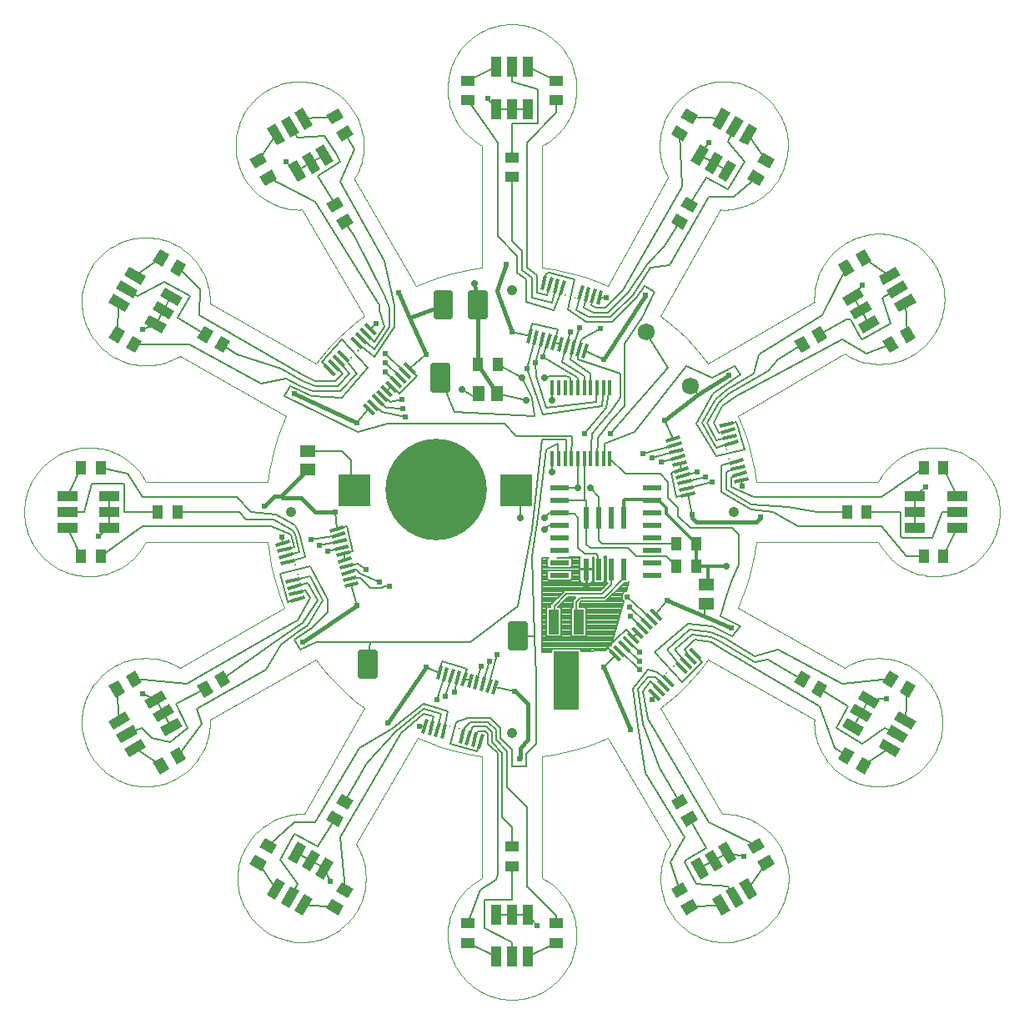
<source format=gbl>
G75*
G70*
%OFA0B0*%
%FSLAX24Y24*%
%IPPOS*%
%LPD*%
%AMOC8*
5,1,8,0,0,1.08239X$1,22.5*
%
%ADD10C,0.4051*%
%ADD11C,0.0679*%
%ADD12C,0.0000*%
%ADD13R,0.0394X0.0787*%
%ADD14R,0.0787X0.0394*%
%ADD15R,0.0580X0.0140*%
%ADD16R,0.0060X0.0060*%
%ADD17R,0.0551X0.0433*%
%ADD18R,0.0433X0.0551*%
%ADD19R,0.0157X0.0591*%
%ADD20R,0.0240X0.0870*%
%ADD21R,0.0984X0.2362*%
%ADD22R,0.0394X0.0984*%
%ADD23R,0.1535X0.1535*%
%ADD24R,0.1260X0.1260*%
%ADD25R,0.0780X0.0210*%
%ADD26R,0.0591X0.0512*%
%ADD27R,0.0512X0.0591*%
%ADD28R,0.0394X0.0236*%
%ADD29C,0.0197*%
%ADD30C,0.0240*%
%ADD31C,0.0080*%
%ADD32C,0.0120*%
%ADD33OC8,0.0240*%
%ADD34C,0.0413*%
%ADD35C,0.0160*%
D10*
X016781Y020701D03*
D11*
X025181Y027021D03*
X026941Y024861D03*
D12*
X027661Y025741D02*
X031901Y028221D01*
X033101Y026141D02*
X028861Y023661D01*
X029581Y021021D02*
X034461Y021021D01*
X034523Y021130D01*
X034589Y021237D01*
X034661Y021340D01*
X034737Y021440D01*
X034818Y021535D01*
X034904Y021627D01*
X034994Y021715D01*
X035089Y021797D01*
X035187Y021876D01*
X035289Y021949D01*
X035395Y022017D01*
X035503Y022080D01*
X035615Y022138D01*
X035729Y022190D01*
X035846Y022236D01*
X035964Y022277D01*
X036085Y022312D01*
X036207Y022341D01*
X036331Y022364D01*
X036455Y022381D01*
X036580Y022392D01*
X036706Y022397D01*
X036831Y022395D01*
X036957Y022388D01*
X037081Y022374D01*
X037205Y022355D01*
X037328Y022329D01*
X037450Y022298D01*
X037570Y022260D01*
X037688Y022217D01*
X037803Y022168D01*
X037916Y022113D01*
X038027Y022053D01*
X038134Y021988D01*
X038238Y021917D01*
X038338Y021842D01*
X038435Y021762D01*
X038527Y021677D01*
X038616Y021588D01*
X038700Y021494D01*
X038779Y021397D01*
X038853Y021296D01*
X038923Y021191D01*
X038987Y021083D01*
X039046Y020972D01*
X039099Y020858D01*
X039147Y020742D01*
X039189Y020624D01*
X039225Y020504D01*
X039255Y020382D01*
X039280Y020258D01*
X039298Y020134D01*
X039310Y020009D01*
X039316Y019884D01*
X039316Y019758D01*
X039310Y019633D01*
X039298Y019508D01*
X039280Y019384D01*
X039255Y019260D01*
X039225Y019138D01*
X039189Y019018D01*
X039147Y018900D01*
X039099Y018784D01*
X039046Y018670D01*
X038987Y018559D01*
X038923Y018451D01*
X038853Y018346D01*
X038779Y018245D01*
X038700Y018148D01*
X038616Y018054D01*
X038527Y017965D01*
X038435Y017880D01*
X038338Y017800D01*
X038238Y017725D01*
X038134Y017654D01*
X038027Y017589D01*
X037916Y017529D01*
X037803Y017474D01*
X037688Y017425D01*
X037570Y017382D01*
X037450Y017344D01*
X037328Y017313D01*
X037205Y017287D01*
X037081Y017268D01*
X036957Y017254D01*
X036831Y017247D01*
X036706Y017245D01*
X036580Y017250D01*
X036455Y017261D01*
X036331Y017278D01*
X036207Y017301D01*
X036085Y017330D01*
X035964Y017365D01*
X035846Y017406D01*
X035729Y017452D01*
X035615Y017504D01*
X035503Y017562D01*
X035395Y017625D01*
X035289Y017693D01*
X035187Y017766D01*
X035089Y017845D01*
X034994Y017927D01*
X034904Y018015D01*
X034818Y018107D01*
X034737Y018202D01*
X034661Y018302D01*
X034589Y018405D01*
X034523Y018512D01*
X034461Y018621D01*
X029581Y018621D01*
X028861Y015981D02*
X033101Y013581D01*
X031901Y011501D02*
X027661Y013901D01*
X025741Y011981D02*
X028221Y007741D01*
X026141Y006541D02*
X023661Y010781D01*
X021021Y010061D02*
X021021Y005181D01*
X021130Y005119D01*
X021237Y005053D01*
X021340Y004981D01*
X021440Y004905D01*
X021535Y004824D01*
X021627Y004738D01*
X021715Y004648D01*
X021797Y004553D01*
X021876Y004455D01*
X021949Y004353D01*
X022017Y004247D01*
X022080Y004139D01*
X022138Y004027D01*
X022190Y003913D01*
X022236Y003796D01*
X022277Y003678D01*
X022312Y003557D01*
X022341Y003435D01*
X022364Y003311D01*
X022381Y003187D01*
X022392Y003062D01*
X022397Y002936D01*
X022395Y002811D01*
X022388Y002685D01*
X022374Y002561D01*
X022355Y002437D01*
X022329Y002314D01*
X022298Y002192D01*
X022260Y002072D01*
X022217Y001954D01*
X022168Y001839D01*
X022113Y001726D01*
X022053Y001615D01*
X021988Y001508D01*
X021917Y001404D01*
X021842Y001304D01*
X021762Y001207D01*
X021677Y001115D01*
X021588Y001026D01*
X021494Y000942D01*
X021397Y000863D01*
X021296Y000789D01*
X021191Y000719D01*
X021083Y000655D01*
X020972Y000596D01*
X020858Y000543D01*
X020742Y000495D01*
X020624Y000453D01*
X020504Y000417D01*
X020382Y000387D01*
X020258Y000362D01*
X020134Y000344D01*
X020009Y000332D01*
X019884Y000326D01*
X019758Y000326D01*
X019633Y000332D01*
X019508Y000344D01*
X019384Y000362D01*
X019260Y000387D01*
X019138Y000417D01*
X019018Y000453D01*
X018900Y000495D01*
X018784Y000543D01*
X018670Y000596D01*
X018559Y000655D01*
X018451Y000719D01*
X018346Y000789D01*
X018245Y000863D01*
X018148Y000942D01*
X018054Y001026D01*
X017965Y001115D01*
X017880Y001207D01*
X017800Y001304D01*
X017725Y001404D01*
X017654Y001508D01*
X017589Y001615D01*
X017529Y001726D01*
X017474Y001839D01*
X017425Y001954D01*
X017382Y002072D01*
X017344Y002192D01*
X017313Y002314D01*
X017287Y002437D01*
X017268Y002561D01*
X017254Y002685D01*
X017247Y002811D01*
X017245Y002936D01*
X017250Y003062D01*
X017261Y003187D01*
X017278Y003311D01*
X017301Y003435D01*
X017330Y003557D01*
X017365Y003678D01*
X017406Y003796D01*
X017452Y003913D01*
X017504Y004027D01*
X017562Y004139D01*
X017625Y004247D01*
X017693Y004353D01*
X017766Y004455D01*
X017845Y004553D01*
X017927Y004648D01*
X018015Y004738D01*
X018107Y004824D01*
X018202Y004905D01*
X018302Y004981D01*
X018405Y005053D01*
X018512Y005119D01*
X018621Y005181D01*
X018621Y010061D01*
X016061Y010781D02*
X013581Y006541D01*
X011501Y007741D02*
X013901Y011981D01*
X011981Y013901D02*
X007741Y011501D01*
X006541Y013581D02*
X010701Y015981D01*
X010061Y018621D02*
X005181Y018621D01*
X005119Y018512D01*
X005053Y018405D01*
X004981Y018302D01*
X004905Y018202D01*
X004824Y018107D01*
X004738Y018015D01*
X004648Y017927D01*
X004553Y017845D01*
X004455Y017766D01*
X004353Y017693D01*
X004247Y017625D01*
X004139Y017562D01*
X004027Y017504D01*
X003913Y017452D01*
X003796Y017406D01*
X003678Y017365D01*
X003557Y017330D01*
X003435Y017301D01*
X003311Y017278D01*
X003187Y017261D01*
X003062Y017250D01*
X002936Y017245D01*
X002811Y017247D01*
X002685Y017254D01*
X002561Y017268D01*
X002437Y017287D01*
X002314Y017313D01*
X002192Y017344D01*
X002072Y017382D01*
X001954Y017425D01*
X001839Y017474D01*
X001726Y017529D01*
X001615Y017589D01*
X001508Y017654D01*
X001404Y017725D01*
X001304Y017800D01*
X001207Y017880D01*
X001115Y017965D01*
X001026Y018054D01*
X000942Y018148D01*
X000863Y018245D01*
X000789Y018346D01*
X000719Y018451D01*
X000655Y018559D01*
X000596Y018670D01*
X000543Y018784D01*
X000495Y018900D01*
X000453Y019018D01*
X000417Y019138D01*
X000387Y019260D01*
X000362Y019384D01*
X000344Y019508D01*
X000332Y019633D01*
X000326Y019758D01*
X000326Y019884D01*
X000332Y020009D01*
X000344Y020134D01*
X000362Y020258D01*
X000387Y020382D01*
X000417Y020504D01*
X000453Y020624D01*
X000495Y020742D01*
X000543Y020858D01*
X000596Y020972D01*
X000655Y021083D01*
X000719Y021191D01*
X000789Y021296D01*
X000863Y021397D01*
X000942Y021494D01*
X001026Y021588D01*
X001115Y021677D01*
X001207Y021762D01*
X001304Y021842D01*
X001404Y021917D01*
X001508Y021988D01*
X001615Y022053D01*
X001726Y022113D01*
X001839Y022168D01*
X001954Y022217D01*
X002072Y022260D01*
X002192Y022298D01*
X002314Y022329D01*
X002437Y022355D01*
X002561Y022374D01*
X002685Y022388D01*
X002811Y022395D01*
X002936Y022397D01*
X003062Y022392D01*
X003187Y022381D01*
X003311Y022364D01*
X003435Y022341D01*
X003557Y022312D01*
X003678Y022277D01*
X003796Y022236D01*
X003913Y022190D01*
X004027Y022138D01*
X004139Y022080D01*
X004247Y022017D01*
X004353Y021949D01*
X004455Y021876D01*
X004553Y021797D01*
X004648Y021715D01*
X004738Y021627D01*
X004824Y021535D01*
X004905Y021440D01*
X004981Y021340D01*
X005053Y021237D01*
X005119Y021130D01*
X005181Y021021D01*
X010061Y021021D01*
X010781Y023661D02*
X006541Y026061D01*
X007741Y028141D02*
X011981Y025741D01*
X013901Y027661D02*
X011421Y031901D01*
X013501Y033101D02*
X015981Y028861D01*
X018621Y029581D02*
X018621Y034461D01*
X018512Y034523D01*
X018405Y034589D01*
X018302Y034661D01*
X018202Y034737D01*
X018107Y034818D01*
X018015Y034904D01*
X017927Y034994D01*
X017845Y035089D01*
X017766Y035187D01*
X017693Y035289D01*
X017625Y035395D01*
X017562Y035503D01*
X017504Y035615D01*
X017452Y035729D01*
X017406Y035846D01*
X017365Y035964D01*
X017330Y036085D01*
X017301Y036207D01*
X017278Y036331D01*
X017261Y036455D01*
X017250Y036580D01*
X017245Y036706D01*
X017247Y036831D01*
X017254Y036957D01*
X017268Y037081D01*
X017287Y037205D01*
X017313Y037328D01*
X017344Y037450D01*
X017382Y037570D01*
X017425Y037688D01*
X017474Y037803D01*
X017529Y037916D01*
X017589Y038027D01*
X017654Y038134D01*
X017725Y038238D01*
X017800Y038338D01*
X017880Y038435D01*
X017965Y038527D01*
X018054Y038616D01*
X018148Y038700D01*
X018245Y038779D01*
X018346Y038853D01*
X018451Y038923D01*
X018559Y038987D01*
X018670Y039046D01*
X018784Y039099D01*
X018900Y039147D01*
X019018Y039189D01*
X019138Y039225D01*
X019260Y039255D01*
X019384Y039280D01*
X019508Y039298D01*
X019633Y039310D01*
X019758Y039316D01*
X019884Y039316D01*
X020009Y039310D01*
X020134Y039298D01*
X020258Y039280D01*
X020382Y039255D01*
X020504Y039225D01*
X020624Y039189D01*
X020742Y039147D01*
X020858Y039099D01*
X020972Y039046D01*
X021083Y038987D01*
X021191Y038923D01*
X021296Y038853D01*
X021397Y038779D01*
X021494Y038700D01*
X021588Y038616D01*
X021677Y038527D01*
X021762Y038435D01*
X021842Y038338D01*
X021917Y038238D01*
X021988Y038134D01*
X022053Y038027D01*
X022113Y037916D01*
X022168Y037803D01*
X022217Y037688D01*
X022260Y037570D01*
X022298Y037450D01*
X022329Y037328D01*
X022355Y037205D01*
X022374Y037081D01*
X022388Y036957D01*
X022395Y036831D01*
X022397Y036706D01*
X022392Y036580D01*
X022381Y036455D01*
X022364Y036331D01*
X022341Y036207D01*
X022312Y036085D01*
X022277Y035964D01*
X022236Y035846D01*
X022190Y035729D01*
X022138Y035615D01*
X022080Y035503D01*
X022017Y035395D01*
X021949Y035289D01*
X021876Y035187D01*
X021797Y035089D01*
X021715Y034994D01*
X021627Y034904D01*
X021535Y034818D01*
X021440Y034737D01*
X021340Y034661D01*
X021237Y034589D01*
X021130Y034523D01*
X021021Y034461D01*
X021021Y029581D01*
X023661Y028861D02*
X026061Y033181D01*
X028141Y031901D02*
X025741Y027661D01*
X028141Y031901D02*
X028267Y031897D01*
X028393Y031899D01*
X028518Y031908D01*
X028643Y031922D01*
X028766Y031943D01*
X028889Y031970D01*
X029010Y032002D01*
X029130Y032041D01*
X029247Y032085D01*
X029363Y032135D01*
X029475Y032191D01*
X029585Y032252D01*
X029691Y032319D01*
X029795Y032390D01*
X029894Y032467D01*
X029990Y032548D01*
X030082Y032634D01*
X030169Y032724D01*
X030252Y032818D01*
X030330Y032917D01*
X030403Y033019D01*
X030471Y033124D01*
X030534Y033233D01*
X030591Y033345D01*
X030643Y033459D01*
X030689Y033576D01*
X030730Y033695D01*
X030764Y033816D01*
X030793Y033938D01*
X030816Y034061D01*
X030832Y034186D01*
X030843Y034311D01*
X030847Y034437D01*
X030845Y034562D01*
X030837Y034687D01*
X030823Y034812D01*
X030803Y034936D01*
X030776Y035059D01*
X030744Y035180D01*
X030706Y035300D01*
X030662Y035418D01*
X030612Y035533D01*
X030557Y035646D01*
X030496Y035756D01*
X030430Y035862D01*
X030359Y035966D01*
X030283Y036066D01*
X030202Y036162D01*
X030116Y036254D01*
X030026Y036341D01*
X029932Y036424D01*
X029834Y036503D01*
X029732Y036576D01*
X029627Y036645D01*
X029518Y036708D01*
X029407Y036766D01*
X029293Y036818D01*
X029176Y036864D01*
X029057Y036905D01*
X028937Y036940D01*
X028814Y036969D01*
X028691Y036992D01*
X028566Y037009D01*
X028441Y037020D01*
X028316Y037025D01*
X028190Y037023D01*
X028065Y037016D01*
X027940Y037002D01*
X027816Y036982D01*
X027693Y036956D01*
X027572Y036924D01*
X027452Y036887D01*
X027334Y036843D01*
X027219Y036794D01*
X027106Y036739D01*
X026996Y036678D01*
X026889Y036613D01*
X026785Y036542D01*
X026685Y036466D01*
X026589Y036385D01*
X026496Y036300D01*
X026408Y036210D01*
X026325Y036116D01*
X026246Y036019D01*
X026173Y035917D01*
X026104Y035812D01*
X026040Y035704D01*
X025982Y035592D01*
X025929Y035478D01*
X025882Y035362D01*
X025841Y035243D01*
X025806Y035123D01*
X025776Y035001D01*
X025753Y034877D01*
X025736Y034753D01*
X025724Y034628D01*
X025719Y034502D01*
X025720Y034377D01*
X025728Y034251D01*
X025741Y034126D01*
X025760Y034002D01*
X025786Y033879D01*
X025817Y033758D01*
X025855Y033638D01*
X025898Y033520D01*
X025947Y033404D01*
X026001Y033291D01*
X026061Y033181D01*
X031900Y028221D02*
X031898Y028348D01*
X031902Y028475D01*
X031912Y028602D01*
X031928Y028728D01*
X031950Y028853D01*
X031978Y028977D01*
X032013Y029100D01*
X032053Y029220D01*
X032099Y029339D01*
X032151Y029455D01*
X032209Y029568D01*
X032272Y029679D01*
X032340Y029786D01*
X032413Y029890D01*
X032492Y029990D01*
X032575Y030086D01*
X032663Y030178D01*
X032755Y030265D01*
X032851Y030348D01*
X032951Y030426D01*
X033055Y030500D01*
X033163Y030568D01*
X033273Y030630D01*
X033387Y030688D01*
X033503Y030739D01*
X033622Y030785D01*
X033742Y030825D01*
X033865Y030859D01*
X033989Y030887D01*
X034114Y030909D01*
X034240Y030925D01*
X034367Y030935D01*
X034494Y030938D01*
X034621Y030935D01*
X034748Y030926D01*
X034874Y030911D01*
X035000Y030890D01*
X035124Y030862D01*
X035246Y030829D01*
X035367Y030790D01*
X035486Y030744D01*
X035603Y030693D01*
X035716Y030637D01*
X035827Y030575D01*
X035935Y030507D01*
X036039Y030435D01*
X036140Y030357D01*
X036237Y030275D01*
X036330Y030188D01*
X036418Y030096D01*
X036502Y030000D01*
X036580Y029901D01*
X036654Y029797D01*
X036723Y029690D01*
X036787Y029580D01*
X036845Y029467D01*
X036897Y029351D01*
X036944Y029233D01*
X036985Y029113D01*
X037020Y028991D01*
X037049Y028867D01*
X037072Y028742D01*
X037089Y028616D01*
X037099Y028489D01*
X037104Y028362D01*
X037102Y028235D01*
X037094Y028108D01*
X037080Y027982D01*
X037060Y027856D01*
X037033Y027732D01*
X037001Y027609D01*
X036962Y027488D01*
X036918Y027369D01*
X036868Y027252D01*
X036812Y027137D01*
X036751Y027026D01*
X036684Y026918D01*
X036613Y026813D01*
X036536Y026712D01*
X036454Y026614D01*
X036368Y026521D01*
X036277Y026432D01*
X036182Y026347D01*
X036083Y026268D01*
X035980Y026193D01*
X035874Y026123D01*
X035764Y026059D01*
X035651Y026000D01*
X035536Y025947D01*
X035418Y025899D01*
X035298Y025857D01*
X035176Y025821D01*
X035053Y025791D01*
X034928Y025767D01*
X034802Y025749D01*
X034675Y025738D01*
X034548Y025732D01*
X034421Y025733D01*
X034294Y025740D01*
X034168Y025753D01*
X034042Y025773D01*
X033918Y025798D01*
X033794Y025830D01*
X033673Y025867D01*
X033553Y025911D01*
X033436Y025960D01*
X033321Y026015D01*
X033210Y026075D01*
X033101Y026141D01*
X010061Y018621D02*
X010117Y018170D01*
X010195Y017723D01*
X010292Y017279D01*
X010408Y016841D01*
X010545Y016407D01*
X010701Y015981D01*
X006541Y013581D02*
X006434Y013645D01*
X006324Y013703D01*
X006211Y013756D01*
X006095Y013803D01*
X005978Y013845D01*
X005858Y013881D01*
X005737Y013911D01*
X005615Y013935D01*
X005491Y013953D01*
X005367Y013965D01*
X005243Y013971D01*
X005118Y013971D01*
X004993Y013965D01*
X004869Y013953D01*
X004746Y013935D01*
X004623Y013911D01*
X004502Y013880D01*
X004383Y013845D01*
X004265Y013803D01*
X004150Y013755D01*
X004037Y013702D01*
X003927Y013644D01*
X003820Y013580D01*
X003716Y013511D01*
X003615Y013438D01*
X003518Y013359D01*
X003425Y013276D01*
X003337Y013188D01*
X003252Y013096D01*
X003172Y013000D01*
X003097Y012901D01*
X003027Y012798D01*
X002962Y012691D01*
X002903Y012582D01*
X002848Y012469D01*
X002799Y012354D01*
X002756Y012237D01*
X002719Y012118D01*
X002687Y011998D01*
X002662Y011876D01*
X002642Y011752D01*
X002628Y011628D01*
X002621Y011504D01*
X002619Y011379D01*
X002624Y011255D01*
X002634Y011130D01*
X002651Y011007D01*
X002674Y010884D01*
X002702Y010763D01*
X002737Y010643D01*
X002777Y010525D01*
X002823Y010409D01*
X002874Y010295D01*
X002931Y010184D01*
X002994Y010076D01*
X003061Y009971D01*
X003134Y009870D01*
X003211Y009772D01*
X003293Y009678D01*
X003380Y009588D01*
X003471Y009503D01*
X003565Y009422D01*
X003664Y009345D01*
X003766Y009274D01*
X003872Y009208D01*
X003981Y009147D01*
X004092Y009091D01*
X004207Y009041D01*
X004323Y008996D01*
X004442Y008957D01*
X004562Y008924D01*
X004684Y008897D01*
X004807Y008876D01*
X004930Y008860D01*
X005055Y008851D01*
X005179Y008848D01*
X005304Y008851D01*
X005429Y008860D01*
X005552Y008875D01*
X005675Y008896D01*
X005797Y008923D01*
X005917Y008956D01*
X006036Y008995D01*
X006152Y009039D01*
X006267Y009089D01*
X006378Y009145D01*
X006487Y009206D01*
X006593Y009272D01*
X006695Y009343D01*
X006794Y009420D01*
X006889Y009500D01*
X006980Y009586D01*
X007067Y009676D01*
X007149Y009769D01*
X007226Y009867D01*
X007299Y009969D01*
X007367Y010073D01*
X007429Y010181D01*
X007486Y010292D01*
X007538Y010406D01*
X007584Y010522D01*
X007624Y010640D01*
X007659Y010760D01*
X007688Y010881D01*
X007711Y011004D01*
X007727Y011127D01*
X007738Y011251D01*
X007743Y011376D01*
X007741Y011501D01*
X011501Y007741D02*
X011376Y007743D01*
X011251Y007738D01*
X011127Y007727D01*
X011004Y007711D01*
X010881Y007688D01*
X010760Y007659D01*
X010640Y007624D01*
X010522Y007584D01*
X010406Y007538D01*
X010292Y007486D01*
X010181Y007429D01*
X010073Y007367D01*
X009969Y007299D01*
X009867Y007226D01*
X009769Y007149D01*
X009676Y007067D01*
X009586Y006980D01*
X009500Y006889D01*
X009420Y006794D01*
X009343Y006695D01*
X009272Y006593D01*
X009206Y006487D01*
X009145Y006378D01*
X009089Y006267D01*
X009039Y006152D01*
X008995Y006036D01*
X008956Y005917D01*
X008923Y005797D01*
X008896Y005675D01*
X008875Y005552D01*
X008860Y005429D01*
X008851Y005304D01*
X008848Y005179D01*
X008851Y005055D01*
X008860Y004930D01*
X008876Y004807D01*
X008897Y004684D01*
X008924Y004562D01*
X008957Y004442D01*
X008996Y004323D01*
X009041Y004207D01*
X009091Y004092D01*
X009147Y003981D01*
X009208Y003872D01*
X009274Y003766D01*
X009345Y003664D01*
X009422Y003565D01*
X009503Y003471D01*
X009588Y003380D01*
X009678Y003293D01*
X009772Y003211D01*
X009870Y003134D01*
X009971Y003061D01*
X010076Y002994D01*
X010184Y002931D01*
X010295Y002874D01*
X010409Y002823D01*
X010525Y002777D01*
X010643Y002737D01*
X010763Y002702D01*
X010884Y002674D01*
X011007Y002651D01*
X011130Y002634D01*
X011255Y002624D01*
X011379Y002619D01*
X011504Y002621D01*
X011628Y002628D01*
X011752Y002642D01*
X011876Y002662D01*
X011998Y002687D01*
X012118Y002719D01*
X012237Y002756D01*
X012354Y002799D01*
X012469Y002848D01*
X012582Y002903D01*
X012691Y002962D01*
X012798Y003027D01*
X012901Y003097D01*
X013000Y003172D01*
X013096Y003252D01*
X013188Y003337D01*
X013276Y003425D01*
X013359Y003518D01*
X013438Y003615D01*
X013511Y003716D01*
X013580Y003820D01*
X013644Y003927D01*
X013702Y004037D01*
X013755Y004150D01*
X013803Y004265D01*
X013845Y004383D01*
X013880Y004502D01*
X013911Y004623D01*
X013935Y004746D01*
X013953Y004869D01*
X013965Y004993D01*
X013971Y005118D01*
X013971Y005243D01*
X013965Y005367D01*
X013953Y005491D01*
X013935Y005615D01*
X013911Y005737D01*
X013881Y005858D01*
X013845Y005978D01*
X013803Y006095D01*
X013756Y006211D01*
X013703Y006324D01*
X013645Y006434D01*
X013581Y006541D01*
X029581Y021022D02*
X029512Y021474D01*
X029423Y021923D01*
X029313Y022367D01*
X029182Y022805D01*
X029032Y023237D01*
X028861Y023662D01*
X018621Y010061D02*
X018182Y010132D01*
X017747Y010223D01*
X017317Y010334D01*
X016892Y010464D01*
X016473Y010613D01*
X016061Y010781D01*
X010061Y021021D02*
X010129Y021473D01*
X010219Y021922D01*
X010329Y022366D01*
X010459Y022804D01*
X010610Y023236D01*
X010781Y023661D01*
X006541Y026061D02*
X006434Y025997D01*
X006324Y025939D01*
X006211Y025886D01*
X006095Y025839D01*
X005978Y025797D01*
X005858Y025761D01*
X005737Y025731D01*
X005615Y025707D01*
X005491Y025689D01*
X005367Y025677D01*
X005243Y025671D01*
X005118Y025671D01*
X004993Y025677D01*
X004869Y025689D01*
X004746Y025707D01*
X004623Y025731D01*
X004502Y025762D01*
X004383Y025797D01*
X004265Y025839D01*
X004150Y025887D01*
X004037Y025940D01*
X003927Y025998D01*
X003820Y026062D01*
X003716Y026131D01*
X003615Y026204D01*
X003518Y026283D01*
X003425Y026366D01*
X003337Y026454D01*
X003252Y026546D01*
X003172Y026642D01*
X003097Y026741D01*
X003027Y026844D01*
X002962Y026951D01*
X002903Y027060D01*
X002848Y027173D01*
X002799Y027288D01*
X002756Y027405D01*
X002719Y027524D01*
X002687Y027644D01*
X002662Y027766D01*
X002642Y027890D01*
X002628Y028014D01*
X002621Y028138D01*
X002619Y028263D01*
X002624Y028387D01*
X002634Y028512D01*
X002651Y028635D01*
X002674Y028758D01*
X002702Y028879D01*
X002737Y028999D01*
X002777Y029117D01*
X002823Y029233D01*
X002874Y029347D01*
X002931Y029458D01*
X002994Y029566D01*
X003061Y029671D01*
X003134Y029772D01*
X003211Y029870D01*
X003293Y029964D01*
X003380Y030054D01*
X003471Y030139D01*
X003565Y030220D01*
X003664Y030297D01*
X003766Y030368D01*
X003872Y030434D01*
X003981Y030495D01*
X004092Y030551D01*
X004207Y030601D01*
X004323Y030646D01*
X004442Y030685D01*
X004562Y030718D01*
X004684Y030745D01*
X004807Y030766D01*
X004930Y030782D01*
X005055Y030791D01*
X005179Y030794D01*
X005304Y030791D01*
X005429Y030782D01*
X005552Y030767D01*
X005675Y030746D01*
X005797Y030719D01*
X005917Y030686D01*
X006036Y030647D01*
X006152Y030603D01*
X006267Y030553D01*
X006378Y030497D01*
X006487Y030436D01*
X006593Y030370D01*
X006695Y030299D01*
X006794Y030222D01*
X006889Y030142D01*
X006980Y030056D01*
X007067Y029966D01*
X007149Y029873D01*
X007226Y029775D01*
X007299Y029673D01*
X007367Y029569D01*
X007429Y029461D01*
X007486Y029350D01*
X007538Y029236D01*
X007584Y029120D01*
X007624Y029002D01*
X007659Y028882D01*
X007688Y028761D01*
X007711Y028638D01*
X007727Y028515D01*
X007738Y028391D01*
X007743Y028266D01*
X007741Y028141D01*
X011421Y031901D02*
X011296Y031899D01*
X011171Y031904D01*
X011047Y031915D01*
X010924Y031931D01*
X010801Y031954D01*
X010680Y031983D01*
X010560Y032018D01*
X010442Y032058D01*
X010326Y032104D01*
X010212Y032156D01*
X010101Y032213D01*
X009993Y032275D01*
X009889Y032343D01*
X009787Y032416D01*
X009689Y032493D01*
X009596Y032575D01*
X009506Y032662D01*
X009420Y032753D01*
X009340Y032848D01*
X009263Y032947D01*
X009192Y033049D01*
X009126Y033155D01*
X009065Y033264D01*
X009009Y033375D01*
X008959Y033490D01*
X008915Y033606D01*
X008876Y033725D01*
X008843Y033845D01*
X008816Y033967D01*
X008795Y034090D01*
X008780Y034213D01*
X008771Y034338D01*
X008768Y034463D01*
X008771Y034587D01*
X008780Y034712D01*
X008796Y034835D01*
X008817Y034958D01*
X008844Y035080D01*
X008877Y035200D01*
X008916Y035319D01*
X008961Y035435D01*
X009011Y035550D01*
X009067Y035661D01*
X009128Y035770D01*
X009194Y035876D01*
X009265Y035978D01*
X009342Y036077D01*
X009423Y036171D01*
X009508Y036262D01*
X009598Y036349D01*
X009692Y036431D01*
X009790Y036508D01*
X009891Y036581D01*
X009996Y036648D01*
X010104Y036711D01*
X010215Y036768D01*
X010329Y036819D01*
X010445Y036865D01*
X010563Y036905D01*
X010683Y036940D01*
X010804Y036968D01*
X010927Y036991D01*
X011050Y037008D01*
X011175Y037018D01*
X011299Y037023D01*
X011424Y037021D01*
X011548Y037014D01*
X011672Y037000D01*
X011796Y036980D01*
X011918Y036955D01*
X012038Y036923D01*
X012157Y036886D01*
X012274Y036843D01*
X012389Y036794D01*
X012502Y036739D01*
X012611Y036680D01*
X012718Y036615D01*
X012821Y036545D01*
X012920Y036470D01*
X013016Y036390D01*
X013108Y036305D01*
X013196Y036217D01*
X013279Y036124D01*
X013358Y036027D01*
X013431Y035926D01*
X013500Y035822D01*
X013564Y035715D01*
X013622Y035605D01*
X013675Y035492D01*
X013723Y035377D01*
X013765Y035259D01*
X013800Y035140D01*
X013831Y035019D01*
X013855Y034896D01*
X013873Y034773D01*
X013885Y034649D01*
X013891Y034524D01*
X013891Y034399D01*
X013885Y034275D01*
X013873Y034151D01*
X013855Y034027D01*
X013831Y033905D01*
X013801Y033784D01*
X013765Y033664D01*
X013723Y033547D01*
X013676Y033431D01*
X013623Y033318D01*
X013565Y033208D01*
X013501Y033101D01*
X029581Y018621D02*
X029513Y018169D01*
X029423Y017720D01*
X029313Y017276D01*
X029183Y016838D01*
X029032Y016406D01*
X028861Y015981D01*
X033101Y013581D02*
X033208Y013645D01*
X033318Y013703D01*
X033431Y013756D01*
X033547Y013803D01*
X033664Y013845D01*
X033784Y013881D01*
X033905Y013911D01*
X034027Y013935D01*
X034151Y013953D01*
X034275Y013965D01*
X034399Y013971D01*
X034524Y013971D01*
X034649Y013965D01*
X034773Y013953D01*
X034896Y013935D01*
X035019Y013911D01*
X035140Y013880D01*
X035259Y013845D01*
X035377Y013803D01*
X035492Y013755D01*
X035605Y013702D01*
X035715Y013644D01*
X035822Y013580D01*
X035926Y013511D01*
X036027Y013438D01*
X036124Y013359D01*
X036217Y013276D01*
X036305Y013188D01*
X036390Y013096D01*
X036470Y013000D01*
X036545Y012901D01*
X036615Y012798D01*
X036680Y012691D01*
X036739Y012582D01*
X036794Y012469D01*
X036843Y012354D01*
X036886Y012237D01*
X036923Y012118D01*
X036955Y011998D01*
X036980Y011876D01*
X037000Y011752D01*
X037014Y011628D01*
X037021Y011504D01*
X037023Y011379D01*
X037018Y011255D01*
X037008Y011130D01*
X036991Y011007D01*
X036968Y010884D01*
X036940Y010763D01*
X036905Y010643D01*
X036865Y010525D01*
X036819Y010409D01*
X036768Y010295D01*
X036711Y010184D01*
X036648Y010076D01*
X036581Y009971D01*
X036508Y009870D01*
X036431Y009772D01*
X036349Y009678D01*
X036262Y009588D01*
X036171Y009503D01*
X036077Y009422D01*
X035978Y009345D01*
X035876Y009274D01*
X035770Y009208D01*
X035661Y009147D01*
X035550Y009091D01*
X035435Y009041D01*
X035319Y008996D01*
X035200Y008957D01*
X035080Y008924D01*
X034958Y008897D01*
X034835Y008876D01*
X034712Y008860D01*
X034587Y008851D01*
X034463Y008848D01*
X034338Y008851D01*
X034213Y008860D01*
X034090Y008875D01*
X033967Y008896D01*
X033845Y008923D01*
X033725Y008956D01*
X033606Y008995D01*
X033490Y009039D01*
X033375Y009089D01*
X033264Y009145D01*
X033155Y009206D01*
X033049Y009272D01*
X032947Y009343D01*
X032848Y009420D01*
X032753Y009500D01*
X032662Y009586D01*
X032575Y009676D01*
X032493Y009769D01*
X032416Y009867D01*
X032343Y009969D01*
X032275Y010073D01*
X032213Y010181D01*
X032156Y010292D01*
X032104Y010406D01*
X032058Y010522D01*
X032018Y010640D01*
X031983Y010760D01*
X031954Y010881D01*
X031931Y011004D01*
X031915Y011127D01*
X031904Y011251D01*
X031899Y011376D01*
X031901Y011501D01*
X028221Y007741D02*
X028346Y007743D01*
X028471Y007738D01*
X028595Y007727D01*
X028718Y007711D01*
X028841Y007688D01*
X028962Y007659D01*
X029082Y007624D01*
X029200Y007584D01*
X029316Y007538D01*
X029430Y007486D01*
X029541Y007429D01*
X029649Y007367D01*
X029753Y007299D01*
X029855Y007226D01*
X029953Y007149D01*
X030046Y007067D01*
X030136Y006980D01*
X030222Y006889D01*
X030302Y006794D01*
X030379Y006695D01*
X030450Y006593D01*
X030516Y006487D01*
X030577Y006378D01*
X030633Y006267D01*
X030683Y006152D01*
X030727Y006036D01*
X030766Y005917D01*
X030799Y005797D01*
X030826Y005675D01*
X030847Y005552D01*
X030862Y005429D01*
X030871Y005304D01*
X030874Y005179D01*
X030871Y005055D01*
X030862Y004930D01*
X030846Y004807D01*
X030825Y004684D01*
X030798Y004562D01*
X030765Y004442D01*
X030726Y004323D01*
X030681Y004207D01*
X030631Y004092D01*
X030575Y003981D01*
X030514Y003872D01*
X030448Y003766D01*
X030377Y003664D01*
X030300Y003565D01*
X030219Y003471D01*
X030134Y003380D01*
X030044Y003293D01*
X029950Y003211D01*
X029852Y003134D01*
X029751Y003061D01*
X029646Y002994D01*
X029538Y002931D01*
X029427Y002874D01*
X029313Y002823D01*
X029197Y002777D01*
X029079Y002737D01*
X028959Y002702D01*
X028838Y002674D01*
X028715Y002651D01*
X028592Y002634D01*
X028467Y002624D01*
X028343Y002619D01*
X028218Y002621D01*
X028094Y002628D01*
X027970Y002642D01*
X027846Y002662D01*
X027724Y002687D01*
X027604Y002719D01*
X027485Y002756D01*
X027368Y002799D01*
X027253Y002848D01*
X027140Y002903D01*
X027031Y002962D01*
X026924Y003027D01*
X026821Y003097D01*
X026722Y003172D01*
X026626Y003252D01*
X026534Y003337D01*
X026446Y003425D01*
X026363Y003518D01*
X026284Y003615D01*
X026211Y003716D01*
X026142Y003820D01*
X026078Y003927D01*
X026020Y004037D01*
X025967Y004150D01*
X025919Y004265D01*
X025877Y004383D01*
X025842Y004502D01*
X025811Y004623D01*
X025787Y004746D01*
X025769Y004869D01*
X025757Y004993D01*
X025751Y005118D01*
X025751Y005243D01*
X025757Y005367D01*
X025769Y005491D01*
X025787Y005615D01*
X025811Y005737D01*
X025841Y005858D01*
X025877Y005978D01*
X025919Y006095D01*
X025966Y006211D01*
X026019Y006324D01*
X026077Y006434D01*
X026141Y006541D01*
X018621Y029581D02*
X018169Y029513D01*
X017720Y029423D01*
X017276Y029313D01*
X016838Y029183D01*
X016406Y029032D01*
X015981Y028861D01*
X021021Y010061D02*
X021473Y010129D01*
X021922Y010219D01*
X022366Y010329D01*
X022804Y010459D01*
X023236Y010610D01*
X023661Y010781D01*
X013901Y011981D02*
X013545Y012263D01*
X013203Y012561D01*
X012874Y012874D01*
X012561Y013203D01*
X012263Y013545D01*
X011981Y013901D01*
X021021Y029581D02*
X021473Y029513D01*
X021922Y029423D01*
X022366Y029313D01*
X022804Y029183D01*
X023236Y029032D01*
X023661Y028861D01*
X027661Y013901D02*
X027379Y013545D01*
X027081Y013203D01*
X026768Y012874D01*
X026439Y012561D01*
X026097Y012263D01*
X025741Y011981D01*
X027661Y025741D02*
X027379Y026097D01*
X027081Y026439D01*
X026768Y026768D01*
X026439Y027081D01*
X026097Y027379D01*
X025741Y027661D01*
X013901Y027661D02*
X013545Y027379D01*
X013203Y027081D01*
X012874Y026768D01*
X012561Y026439D01*
X012263Y026097D01*
X011981Y025741D01*
D13*
G36*
X006637Y028396D02*
X006440Y028054D01*
X005761Y028446D01*
X005958Y028788D01*
X006637Y028396D01*
G37*
G36*
X006322Y027851D02*
X006125Y027509D01*
X005446Y027901D01*
X005643Y028243D01*
X006322Y027851D01*
G37*
G36*
X006007Y027305D02*
X005810Y026963D01*
X005131Y027355D01*
X005328Y027697D01*
X006007Y027305D01*
G37*
G36*
X004867Y028691D02*
X004670Y028349D01*
X003991Y028741D01*
X004188Y029083D01*
X004867Y028691D01*
G37*
G36*
X005182Y029236D02*
X004985Y028894D01*
X004306Y029286D01*
X004503Y029628D01*
X005182Y029236D01*
G37*
G36*
X004552Y028145D02*
X004355Y027803D01*
X003676Y028195D01*
X003873Y028537D01*
X004552Y028145D01*
G37*
G36*
X011598Y033213D02*
X011256Y033016D01*
X010864Y033695D01*
X011206Y033892D01*
X011598Y033213D01*
G37*
G36*
X012144Y033527D02*
X011802Y033330D01*
X011410Y034009D01*
X011752Y034206D01*
X012144Y033527D01*
G37*
G36*
X012689Y033842D02*
X012347Y033645D01*
X011955Y034324D01*
X012297Y034521D01*
X012689Y033842D01*
G37*
G36*
X011849Y035297D02*
X011507Y035100D01*
X011115Y035779D01*
X011457Y035976D01*
X011849Y035297D01*
G37*
G36*
X011304Y034982D02*
X010962Y034785D01*
X010570Y035464D01*
X010912Y035661D01*
X011304Y034982D01*
G37*
G36*
X010758Y034667D02*
X010416Y034470D01*
X010024Y035149D01*
X010366Y035346D01*
X010758Y034667D01*
G37*
X019196Y035925D03*
X019826Y035925D03*
X020456Y035925D03*
X020456Y037605D03*
X019826Y037605D03*
X019196Y037605D03*
G36*
X027305Y033645D02*
X026963Y033842D01*
X027355Y034521D01*
X027697Y034324D01*
X027305Y033645D01*
G37*
G36*
X027851Y033330D02*
X027509Y033527D01*
X027901Y034206D01*
X028243Y034009D01*
X027851Y033330D01*
G37*
G36*
X028396Y033016D02*
X028054Y033213D01*
X028446Y033892D01*
X028788Y033695D01*
X028396Y033016D01*
G37*
G36*
X029236Y034470D02*
X028894Y034667D01*
X029286Y035346D01*
X029628Y035149D01*
X029236Y034470D01*
G37*
G36*
X028691Y034785D02*
X028349Y034982D01*
X028741Y035661D01*
X029083Y035464D01*
X028691Y034785D01*
G37*
G36*
X028145Y035100D02*
X027803Y035297D01*
X028195Y035976D01*
X028537Y035779D01*
X028145Y035100D01*
G37*
G36*
X033213Y028054D02*
X033016Y028396D01*
X033695Y028788D01*
X033892Y028446D01*
X033213Y028054D01*
G37*
G36*
X033528Y027509D02*
X033331Y027851D01*
X034010Y028243D01*
X034207Y027901D01*
X033528Y027509D01*
G37*
G36*
X033842Y026963D02*
X033645Y027305D01*
X034324Y027697D01*
X034521Y027355D01*
X033842Y026963D01*
G37*
G36*
X035297Y027803D02*
X035100Y028145D01*
X035779Y028537D01*
X035976Y028195D01*
X035297Y027803D01*
G37*
G36*
X034982Y028349D02*
X034785Y028691D01*
X035464Y029083D01*
X035661Y028741D01*
X034982Y028349D01*
G37*
G36*
X034667Y028894D02*
X034470Y029236D01*
X035149Y029628D01*
X035346Y029286D01*
X034667Y028894D01*
G37*
G36*
X033645Y012347D02*
X033842Y012689D01*
X034521Y012297D01*
X034324Y011955D01*
X033645Y012347D01*
G37*
G36*
X033331Y011802D02*
X033528Y012144D01*
X034207Y011752D01*
X034010Y011410D01*
X033331Y011802D01*
G37*
G36*
X033016Y011256D02*
X033213Y011598D01*
X033892Y011206D01*
X033695Y010864D01*
X033016Y011256D01*
G37*
G36*
X034470Y010416D02*
X034667Y010758D01*
X035346Y010366D01*
X035149Y010024D01*
X034470Y010416D01*
G37*
G36*
X034785Y010962D02*
X034982Y011304D01*
X035661Y010912D01*
X035464Y010570D01*
X034785Y010962D01*
G37*
G36*
X035100Y011507D02*
X035297Y011849D01*
X035976Y011457D01*
X035779Y011115D01*
X035100Y011507D01*
G37*
G36*
X028054Y006440D02*
X028396Y006637D01*
X028788Y005958D01*
X028446Y005761D01*
X028054Y006440D01*
G37*
G36*
X027509Y006125D02*
X027851Y006322D01*
X028243Y005643D01*
X027901Y005446D01*
X027509Y006125D01*
G37*
G36*
X026963Y005810D02*
X027305Y006007D01*
X027697Y005328D01*
X027355Y005131D01*
X026963Y005810D01*
G37*
G36*
X027803Y004355D02*
X028145Y004552D01*
X028537Y003873D01*
X028195Y003676D01*
X027803Y004355D01*
G37*
G36*
X028349Y004670D02*
X028691Y004867D01*
X029083Y004188D01*
X028741Y003991D01*
X028349Y004670D01*
G37*
G36*
X028894Y004985D02*
X029236Y005182D01*
X029628Y004503D01*
X029286Y004306D01*
X028894Y004985D01*
G37*
X020456Y003727D03*
X019826Y003727D03*
X019196Y003727D03*
X019196Y002047D03*
X019826Y002047D03*
X020456Y002047D03*
G36*
X012347Y006007D02*
X012689Y005810D01*
X012297Y005131D01*
X011955Y005328D01*
X012347Y006007D01*
G37*
G36*
X011802Y006322D02*
X012144Y006125D01*
X011752Y005446D01*
X011410Y005643D01*
X011802Y006322D01*
G37*
G36*
X011256Y006637D02*
X011598Y006440D01*
X011206Y005761D01*
X010864Y005958D01*
X011256Y006637D01*
G37*
G36*
X010416Y005182D02*
X010758Y004985D01*
X010366Y004306D01*
X010024Y004503D01*
X010416Y005182D01*
G37*
G36*
X010962Y004867D02*
X011304Y004670D01*
X010912Y003991D01*
X010570Y004188D01*
X010962Y004867D01*
G37*
G36*
X011507Y004552D02*
X011849Y004355D01*
X011457Y003676D01*
X011115Y003873D01*
X011507Y004552D01*
G37*
G36*
X006440Y011598D02*
X006637Y011256D01*
X005958Y010864D01*
X005761Y011206D01*
X006440Y011598D01*
G37*
G36*
X006125Y012144D02*
X006322Y011802D01*
X005643Y011410D01*
X005446Y011752D01*
X006125Y012144D01*
G37*
G36*
X005810Y012689D02*
X006007Y012347D01*
X005328Y011955D01*
X005131Y012297D01*
X005810Y012689D01*
G37*
G36*
X004355Y011849D02*
X004552Y011507D01*
X003873Y011115D01*
X003676Y011457D01*
X004355Y011849D01*
G37*
G36*
X004670Y011304D02*
X004867Y010962D01*
X004188Y010570D01*
X003991Y010912D01*
X004670Y011304D01*
G37*
G36*
X004985Y010758D02*
X005182Y010416D01*
X004503Y010024D01*
X004306Y010366D01*
X004985Y010758D01*
G37*
D14*
X003727Y019196D03*
X003727Y019826D03*
X003727Y020456D03*
X002047Y020456D03*
X002047Y019826D03*
X002047Y019196D03*
X035925Y019196D03*
X035925Y019826D03*
X035925Y020456D03*
X037605Y020456D03*
X037605Y019826D03*
X037605Y019196D03*
D15*
G36*
X029290Y021098D02*
X028730Y020949D01*
X028694Y021084D01*
X029254Y021233D01*
X029290Y021098D01*
G37*
G36*
X029225Y021340D02*
X028665Y021191D01*
X028629Y021326D01*
X029189Y021475D01*
X029225Y021340D01*
G37*
G36*
X029158Y021591D02*
X028598Y021442D01*
X028562Y021577D01*
X029122Y021726D01*
X029158Y021591D01*
G37*
G36*
X029091Y021842D02*
X028531Y021693D01*
X028495Y021828D01*
X029055Y021977D01*
X029091Y021842D01*
G37*
G36*
X028894Y022576D02*
X028334Y022427D01*
X028298Y022562D01*
X028858Y022711D01*
X028894Y022576D01*
G37*
G36*
X028827Y022828D02*
X028267Y022679D01*
X028231Y022814D01*
X028791Y022963D01*
X028827Y022828D01*
G37*
G36*
X028759Y023079D02*
X028199Y022930D01*
X028163Y023065D01*
X028723Y023214D01*
X028759Y023079D01*
G37*
G36*
X028695Y023320D02*
X028135Y023171D01*
X028099Y023306D01*
X028659Y023455D01*
X028695Y023320D01*
G37*
G36*
X026882Y021509D02*
X026322Y021360D01*
X026286Y021495D01*
X026846Y021644D01*
X026882Y021509D01*
G37*
G36*
X026946Y021268D02*
X026386Y021119D01*
X026350Y021254D01*
X026910Y021403D01*
X026946Y021268D01*
G37*
G36*
X027014Y021017D02*
X026454Y020868D01*
X026418Y021003D01*
X026978Y021152D01*
X027014Y021017D01*
G37*
G36*
X027081Y020765D02*
X026521Y020616D01*
X026485Y020751D01*
X027045Y020900D01*
X027081Y020765D01*
G37*
G36*
X027145Y020524D02*
X026585Y020375D01*
X026549Y020510D01*
X027109Y020659D01*
X027145Y020524D01*
G37*
G36*
X026814Y021760D02*
X026254Y021611D01*
X026218Y021746D01*
X026778Y021895D01*
X026814Y021760D01*
G37*
G36*
X026749Y022002D02*
X026189Y021853D01*
X026153Y021988D01*
X026713Y022137D01*
X026749Y022002D01*
G37*
G36*
X026682Y022253D02*
X026122Y022104D01*
X026086Y022239D01*
X026646Y022388D01*
X026682Y022253D01*
G37*
G36*
X026615Y022504D02*
X026055Y022355D01*
X026019Y022490D01*
X026579Y022639D01*
X026615Y022504D01*
G37*
G36*
X026550Y022746D02*
X025990Y022597D01*
X025954Y022732D01*
X026514Y022881D01*
X026550Y022746D01*
G37*
G36*
X022881Y026514D02*
X022732Y025954D01*
X022597Y025990D01*
X022746Y026550D01*
X022881Y026514D01*
G37*
G36*
X022639Y026579D02*
X022490Y026019D01*
X022355Y026055D01*
X022504Y026615D01*
X022639Y026579D01*
G37*
G36*
X022388Y026646D02*
X022239Y026086D01*
X022104Y026122D01*
X022253Y026682D01*
X022388Y026646D01*
G37*
G36*
X022137Y026713D02*
X021988Y026153D01*
X021853Y026189D01*
X022002Y026749D01*
X022137Y026713D01*
G37*
G36*
X021895Y026778D02*
X021746Y026218D01*
X021611Y026254D01*
X021760Y026814D01*
X021895Y026778D01*
G37*
G36*
X021644Y026845D02*
X021495Y026285D01*
X021360Y026321D01*
X021509Y026881D01*
X021644Y026845D01*
G37*
G36*
X021403Y026910D02*
X021254Y026350D01*
X021119Y026386D01*
X021268Y026946D01*
X021403Y026910D01*
G37*
G36*
X021152Y026977D02*
X021003Y026417D01*
X020868Y026453D01*
X021017Y027013D01*
X021152Y026977D01*
G37*
G36*
X020900Y027045D02*
X020751Y026485D01*
X020616Y026521D01*
X020765Y027081D01*
X020900Y027045D01*
G37*
G36*
X020659Y027109D02*
X020510Y026549D01*
X020375Y026585D01*
X020524Y027145D01*
X020659Y027109D01*
G37*
G36*
X021475Y029189D02*
X021326Y028629D01*
X021191Y028665D01*
X021340Y029225D01*
X021475Y029189D01*
G37*
G36*
X021726Y029122D02*
X021577Y028562D01*
X021442Y028598D01*
X021591Y029158D01*
X021726Y029122D01*
G37*
G36*
X021977Y029055D02*
X021828Y028495D01*
X021693Y028531D01*
X021842Y029091D01*
X021977Y029055D01*
G37*
G36*
X022711Y028858D02*
X022562Y028298D01*
X022427Y028334D01*
X022576Y028894D01*
X022711Y028858D01*
G37*
G36*
X022963Y028791D02*
X022814Y028231D01*
X022679Y028267D01*
X022828Y028827D01*
X022963Y028791D01*
G37*
G36*
X023214Y028723D02*
X023065Y028163D01*
X022930Y028199D01*
X023079Y028759D01*
X023214Y028723D01*
G37*
G36*
X023455Y028659D02*
X023306Y028099D01*
X023171Y028135D01*
X023320Y028695D01*
X023455Y028659D01*
G37*
G36*
X021234Y029254D02*
X021085Y028694D01*
X020950Y028730D01*
X021099Y029290D01*
X021234Y029254D01*
G37*
G36*
X015562Y025815D02*
X015971Y025406D01*
X015872Y025307D01*
X015463Y025716D01*
X015562Y025815D01*
G37*
G36*
X015385Y025639D02*
X015794Y025230D01*
X015695Y025131D01*
X015286Y025540D01*
X015385Y025639D01*
G37*
G36*
X015202Y025455D02*
X015611Y025046D01*
X015512Y024947D01*
X015103Y025356D01*
X015202Y025455D01*
G37*
G36*
X015018Y025271D02*
X015427Y024862D01*
X015328Y024763D01*
X014919Y025172D01*
X015018Y025271D01*
G37*
G36*
X014841Y025094D02*
X015250Y024685D01*
X015151Y024586D01*
X014742Y024995D01*
X014841Y025094D01*
G37*
G36*
X014657Y024910D02*
X015066Y024501D01*
X014967Y024402D01*
X014558Y024811D01*
X014657Y024910D01*
G37*
G36*
X014480Y024733D02*
X014889Y024324D01*
X014790Y024225D01*
X014381Y024634D01*
X014480Y024733D01*
G37*
G36*
X014297Y024550D02*
X014706Y024141D01*
X014607Y024042D01*
X014198Y024451D01*
X014297Y024550D01*
G37*
G36*
X014113Y024366D02*
X014522Y023957D01*
X014423Y023858D01*
X014014Y024267D01*
X014113Y024366D01*
G37*
G36*
X013936Y024189D02*
X014345Y023780D01*
X014246Y023681D01*
X013837Y024090D01*
X013936Y024189D01*
G37*
G36*
X012366Y025759D02*
X012775Y025350D01*
X012676Y025251D01*
X012267Y025660D01*
X012366Y025759D01*
G37*
G36*
X012543Y025936D02*
X012952Y025527D01*
X012853Y025428D01*
X012444Y025837D01*
X012543Y025936D01*
G37*
G36*
X012727Y026119D02*
X013136Y025710D01*
X013037Y025611D01*
X012628Y026020D01*
X012727Y026119D01*
G37*
G36*
X012911Y026303D02*
X013320Y025894D01*
X013221Y025795D01*
X012812Y026204D01*
X012911Y026303D01*
G37*
G36*
X013448Y026841D02*
X013857Y026432D01*
X013758Y026333D01*
X013349Y026742D01*
X013448Y026841D01*
G37*
G36*
X013632Y027025D02*
X014041Y026616D01*
X013942Y026517D01*
X013533Y026926D01*
X013632Y027025D01*
G37*
G36*
X013816Y027208D02*
X014225Y026799D01*
X014126Y026700D01*
X013717Y027109D01*
X013816Y027208D01*
G37*
G36*
X013992Y027385D02*
X014401Y026976D01*
X014302Y026877D01*
X013893Y027286D01*
X013992Y027385D01*
G37*
G36*
X012507Y019128D02*
X013067Y019277D01*
X013103Y019142D01*
X012543Y018993D01*
X012507Y019128D01*
G37*
G36*
X012572Y018887D02*
X013132Y019036D01*
X013168Y018901D01*
X012608Y018752D01*
X012572Y018887D01*
G37*
G36*
X012639Y018636D02*
X013199Y018785D01*
X013235Y018650D01*
X012675Y018501D01*
X012639Y018636D01*
G37*
G36*
X012706Y018385D02*
X013266Y018534D01*
X013302Y018399D01*
X012742Y018250D01*
X012706Y018385D01*
G37*
G36*
X012771Y018143D02*
X013331Y018292D01*
X013367Y018157D01*
X012807Y018008D01*
X012771Y018143D01*
G37*
G36*
X012838Y017892D02*
X013398Y018041D01*
X013434Y017906D01*
X012874Y017757D01*
X012838Y017892D01*
G37*
G36*
X012903Y017650D02*
X013463Y017799D01*
X013499Y017664D01*
X012939Y017515D01*
X012903Y017650D01*
G37*
G36*
X012970Y017399D02*
X013530Y017548D01*
X013566Y017413D01*
X013006Y017264D01*
X012970Y017399D01*
G37*
G36*
X013037Y017148D02*
X013597Y017297D01*
X013633Y017162D01*
X013073Y017013D01*
X013037Y017148D01*
G37*
G36*
X013102Y016907D02*
X013662Y017056D01*
X013698Y016921D01*
X013138Y016772D01*
X013102Y016907D01*
G37*
G36*
X010958Y016332D02*
X011518Y016481D01*
X011554Y016346D01*
X010994Y016197D01*
X010958Y016332D01*
G37*
G36*
X010893Y016574D02*
X011453Y016723D01*
X011489Y016588D01*
X010929Y016439D01*
X010893Y016574D01*
G37*
G36*
X010826Y016825D02*
X011386Y016974D01*
X011422Y016839D01*
X010862Y016690D01*
X010826Y016825D01*
G37*
G36*
X010758Y017076D02*
X011318Y017225D01*
X011354Y017090D01*
X010794Y016941D01*
X010758Y017076D01*
G37*
G36*
X010562Y017810D02*
X011122Y017959D01*
X011158Y017824D01*
X010598Y017675D01*
X010562Y017810D01*
G37*
G36*
X010494Y018061D02*
X011054Y018210D01*
X011090Y018075D01*
X010530Y017926D01*
X010494Y018061D01*
G37*
G36*
X010427Y018312D02*
X010987Y018461D01*
X011023Y018326D01*
X010463Y018177D01*
X010427Y018312D01*
G37*
G36*
X010362Y018554D02*
X010922Y018703D01*
X010958Y018568D01*
X010398Y018419D01*
X010362Y018554D01*
G37*
G36*
X016772Y013138D02*
X016921Y013698D01*
X017056Y013662D01*
X016907Y013102D01*
X016772Y013138D01*
G37*
G36*
X017013Y013073D02*
X017162Y013633D01*
X017297Y013597D01*
X017148Y013037D01*
X017013Y013073D01*
G37*
G36*
X017264Y013006D02*
X017413Y013566D01*
X017548Y013530D01*
X017399Y012970D01*
X017264Y013006D01*
G37*
G36*
X017516Y012939D02*
X017665Y013499D01*
X017800Y013463D01*
X017651Y012903D01*
X017516Y012939D01*
G37*
G36*
X017757Y012874D02*
X017906Y013434D01*
X018041Y013398D01*
X017892Y012838D01*
X017757Y012874D01*
G37*
G36*
X018008Y012807D02*
X018157Y013367D01*
X018292Y013331D01*
X018143Y012771D01*
X018008Y012807D01*
G37*
G36*
X018250Y012742D02*
X018399Y013302D01*
X018534Y013266D01*
X018385Y012706D01*
X018250Y012742D01*
G37*
G36*
X018501Y012675D02*
X018650Y013235D01*
X018785Y013199D01*
X018636Y012639D01*
X018501Y012675D01*
G37*
G36*
X018752Y012607D02*
X018901Y013167D01*
X019036Y013131D01*
X018887Y012571D01*
X018752Y012607D01*
G37*
G36*
X018993Y012543D02*
X019142Y013103D01*
X019277Y013067D01*
X019128Y012507D01*
X018993Y012543D01*
G37*
G36*
X018177Y010463D02*
X018326Y011023D01*
X018461Y010987D01*
X018312Y010427D01*
X018177Y010463D01*
G37*
G36*
X017926Y010530D02*
X018075Y011090D01*
X018210Y011054D01*
X018061Y010494D01*
X017926Y010530D01*
G37*
G36*
X017675Y010598D02*
X017824Y011158D01*
X017959Y011122D01*
X017810Y010562D01*
X017675Y010598D01*
G37*
G36*
X016941Y010794D02*
X017090Y011354D01*
X017225Y011318D01*
X017076Y010758D01*
X016941Y010794D01*
G37*
G36*
X016690Y010862D02*
X016839Y011422D01*
X016974Y011386D01*
X016825Y010826D01*
X016690Y010862D01*
G37*
G36*
X016439Y010929D02*
X016588Y011489D01*
X016723Y011453D01*
X016574Y010893D01*
X016439Y010929D01*
G37*
G36*
X016197Y010994D02*
X016346Y011554D01*
X016481Y011518D01*
X016332Y010958D01*
X016197Y010994D01*
G37*
G36*
X018419Y010398D02*
X018568Y010958D01*
X018703Y010922D01*
X018554Y010362D01*
X018419Y010398D01*
G37*
G36*
X024090Y013837D02*
X023681Y014246D01*
X023780Y014345D01*
X024189Y013936D01*
X024090Y013837D01*
G37*
G36*
X024267Y014014D02*
X023858Y014423D01*
X023957Y014522D01*
X024366Y014113D01*
X024267Y014014D01*
G37*
G36*
X024451Y014197D02*
X024042Y014606D01*
X024141Y014705D01*
X024550Y014296D01*
X024451Y014197D01*
G37*
G36*
X024635Y014381D02*
X024226Y014790D01*
X024325Y014889D01*
X024734Y014480D01*
X024635Y014381D01*
G37*
G36*
X024811Y014558D02*
X024402Y014967D01*
X024501Y015066D01*
X024910Y014657D01*
X024811Y014558D01*
G37*
G36*
X024995Y014742D02*
X024586Y015151D01*
X024685Y015250D01*
X025094Y014841D01*
X024995Y014742D01*
G37*
G36*
X025172Y014919D02*
X024763Y015328D01*
X024862Y015427D01*
X025271Y015018D01*
X025172Y014919D01*
G37*
G36*
X025356Y015103D02*
X024947Y015512D01*
X025046Y015611D01*
X025455Y015202D01*
X025356Y015103D01*
G37*
G36*
X025540Y015286D02*
X025131Y015695D01*
X025230Y015794D01*
X025639Y015385D01*
X025540Y015286D01*
G37*
G36*
X025716Y015463D02*
X025307Y015872D01*
X025406Y015971D01*
X025815Y015562D01*
X025716Y015463D01*
G37*
G36*
X027109Y013717D02*
X026700Y014126D01*
X026799Y014225D01*
X027208Y013816D01*
X027109Y013717D01*
G37*
G36*
X026926Y013533D02*
X026517Y013942D01*
X026616Y014041D01*
X027025Y013632D01*
X026926Y013533D01*
G37*
G36*
X026742Y013349D02*
X026333Y013758D01*
X026432Y013857D01*
X026841Y013448D01*
X026742Y013349D01*
G37*
G36*
X026204Y012812D02*
X025795Y013221D01*
X025894Y013320D01*
X026303Y012911D01*
X026204Y012812D01*
G37*
G36*
X026020Y012628D02*
X025611Y013037D01*
X025710Y013136D01*
X026119Y012727D01*
X026020Y012628D01*
G37*
G36*
X025837Y012444D02*
X025428Y012853D01*
X025527Y012952D01*
X025936Y012543D01*
X025837Y012444D01*
G37*
G36*
X025660Y012267D02*
X025251Y012676D01*
X025350Y012775D01*
X025759Y012366D01*
X025660Y012267D01*
G37*
G36*
X027286Y013893D02*
X026877Y014302D01*
X026976Y014401D01*
X027385Y013992D01*
X027286Y013893D01*
G37*
D16*
G36*
X026276Y013618D02*
X026234Y013660D01*
X026276Y013702D01*
X026318Y013660D01*
X026276Y013618D01*
G37*
G36*
X025993Y013335D02*
X025951Y013377D01*
X025993Y013419D01*
X026035Y013377D01*
X025993Y013335D01*
G37*
G36*
X017674Y011136D02*
X017689Y011193D01*
X017746Y011178D01*
X017731Y011121D01*
X017674Y011136D01*
G37*
G36*
X017288Y011240D02*
X017303Y011297D01*
X017360Y011282D01*
X017345Y011225D01*
X017288Y011240D01*
G37*
G36*
X011225Y017345D02*
X011282Y017360D01*
X011297Y017303D01*
X011240Y017288D01*
X011225Y017345D01*
G37*
G36*
X011121Y017731D02*
X011178Y017746D01*
X011193Y017689D01*
X011136Y017674D01*
X011121Y017731D01*
G37*
G36*
X013377Y026035D02*
X013419Y025993D01*
X013377Y025951D01*
X013335Y025993D01*
X013377Y026035D01*
G37*
G36*
X013660Y026318D02*
X013702Y026276D01*
X013660Y026234D01*
X013618Y026276D01*
X013660Y026318D01*
G37*
G36*
X021978Y028516D02*
X021963Y028459D01*
X021906Y028474D01*
X021921Y028531D01*
X021978Y028516D01*
G37*
G36*
X022364Y028412D02*
X022349Y028355D01*
X022292Y028370D01*
X022307Y028427D01*
X022364Y028412D01*
G37*
G36*
X028427Y022307D02*
X028370Y022292D01*
X028355Y022349D01*
X028412Y022364D01*
X028427Y022307D01*
G37*
G36*
X028531Y021921D02*
X028474Y021906D01*
X028459Y021963D01*
X028516Y021978D01*
X028531Y021921D01*
G37*
D17*
X019826Y033212D03*
X019826Y033999D03*
X018056Y036269D03*
X018056Y037056D03*
X021596Y037056D03*
X021596Y036269D03*
X019826Y006440D03*
X019826Y005653D03*
X018056Y003384D03*
X018056Y002596D03*
X021596Y002596D03*
X021596Y003384D03*
D18*
G36*
X005465Y009809D02*
X005838Y010025D01*
X006113Y009549D01*
X005740Y009333D01*
X005465Y009809D01*
G37*
G36*
X006147Y010202D02*
X006520Y010418D01*
X006795Y009942D01*
X006422Y009726D01*
X006147Y010202D01*
G37*
G36*
X007228Y012870D02*
X007601Y013086D01*
X007876Y012610D01*
X007503Y012394D01*
X007228Y012870D01*
G37*
G36*
X007910Y013263D02*
X008283Y013479D01*
X008558Y013003D01*
X008185Y012787D01*
X007910Y013263D01*
G37*
G36*
X004378Y013267D02*
X004751Y013483D01*
X005026Y013007D01*
X004653Y012791D01*
X004378Y013267D01*
G37*
G36*
X003696Y012873D02*
X004069Y013089D01*
X004344Y012613D01*
X003971Y012397D01*
X003696Y012873D01*
G37*
X003384Y018056D03*
X002596Y018056D03*
X005653Y019826D03*
X006440Y019826D03*
X003384Y021596D03*
X002596Y021596D03*
G36*
X004653Y026861D02*
X005026Y026645D01*
X004751Y026169D01*
X004378Y026385D01*
X004653Y026861D01*
G37*
G36*
X003971Y027255D02*
X004344Y027039D01*
X004069Y026563D01*
X003696Y026779D01*
X003971Y027255D01*
G37*
G36*
X006422Y029926D02*
X006795Y029710D01*
X006520Y029234D01*
X006147Y029450D01*
X006422Y029926D01*
G37*
G36*
X005740Y030320D02*
X006113Y030104D01*
X005838Y029628D01*
X005465Y029844D01*
X005740Y030320D01*
G37*
G36*
X007503Y027259D02*
X007876Y027043D01*
X007601Y026567D01*
X007228Y026783D01*
X007503Y027259D01*
G37*
G36*
X008185Y026865D02*
X008558Y026649D01*
X008283Y026173D01*
X007910Y026389D01*
X008185Y026865D01*
G37*
G36*
X013263Y031743D02*
X013479Y031370D01*
X013003Y031095D01*
X012787Y031468D01*
X013263Y031743D01*
G37*
G36*
X012870Y032425D02*
X013086Y032052D01*
X012610Y031777D01*
X012394Y032150D01*
X012870Y032425D01*
G37*
G36*
X013267Y035275D02*
X013483Y034902D01*
X013007Y034627D01*
X012791Y035000D01*
X013267Y035275D01*
G37*
G36*
X012873Y035956D02*
X013089Y035583D01*
X012613Y035308D01*
X012397Y035681D01*
X012873Y035956D01*
G37*
G36*
X010202Y033505D02*
X010418Y033132D01*
X009942Y032857D01*
X009726Y033230D01*
X010202Y033505D01*
G37*
G36*
X009809Y034187D02*
X010025Y033814D01*
X009549Y033539D01*
X009333Y033912D01*
X009809Y034187D01*
G37*
X018448Y025732D03*
X019236Y025732D03*
G36*
X026865Y031468D02*
X026649Y031095D01*
X026173Y031370D01*
X026389Y031743D01*
X026865Y031468D01*
G37*
G36*
X027259Y032150D02*
X027043Y031777D01*
X026567Y032052D01*
X026783Y032425D01*
X027259Y032150D01*
G37*
G36*
X029926Y033230D02*
X029710Y032857D01*
X029234Y033132D01*
X029450Y033505D01*
X029926Y033230D01*
G37*
G36*
X030320Y033912D02*
X030104Y033539D01*
X029628Y033814D01*
X029844Y034187D01*
X030320Y033912D01*
G37*
G36*
X027255Y035681D02*
X027039Y035308D01*
X026563Y035583D01*
X026779Y035956D01*
X027255Y035681D01*
G37*
G36*
X026861Y035000D02*
X026645Y034627D01*
X026169Y034902D01*
X026385Y035275D01*
X026861Y035000D01*
G37*
G36*
X033505Y029450D02*
X033132Y029234D01*
X032857Y029710D01*
X033230Y029926D01*
X033505Y029450D01*
G37*
G36*
X034187Y029844D02*
X033814Y029628D01*
X033539Y030104D01*
X033912Y030320D01*
X034187Y029844D01*
G37*
G36*
X035956Y026779D02*
X035583Y026563D01*
X035308Y027039D01*
X035681Y027255D01*
X035956Y026779D01*
G37*
G36*
X035275Y026385D02*
X034902Y026169D01*
X034627Y026645D01*
X035000Y026861D01*
X035275Y026385D01*
G37*
G36*
X032425Y026783D02*
X032052Y026567D01*
X031777Y027043D01*
X032150Y027259D01*
X032425Y026783D01*
G37*
G36*
X031743Y026389D02*
X031370Y026173D01*
X031095Y026649D01*
X031468Y026865D01*
X031743Y026389D01*
G37*
X036269Y021596D03*
X037056Y021596D03*
X033999Y019826D03*
X033212Y019826D03*
X036269Y018056D03*
X037056Y018056D03*
G36*
X035000Y012791D02*
X034627Y013007D01*
X034902Y013483D01*
X035275Y013267D01*
X035000Y012791D01*
G37*
G36*
X035681Y012397D02*
X035308Y012613D01*
X035583Y013089D01*
X035956Y012873D01*
X035681Y012397D01*
G37*
G36*
X033230Y009726D02*
X032857Y009942D01*
X033132Y010418D01*
X033505Y010202D01*
X033230Y009726D01*
G37*
G36*
X033912Y009333D02*
X033539Y009549D01*
X033814Y010025D01*
X034187Y009809D01*
X033912Y009333D01*
G37*
G36*
X032150Y012394D02*
X031777Y012610D01*
X032052Y013086D01*
X032425Y012870D01*
X032150Y012394D01*
G37*
G36*
X031468Y012787D02*
X031095Y013003D01*
X031370Y013479D01*
X031743Y013263D01*
X031468Y012787D01*
G37*
X027175Y017661D03*
X026387Y017661D03*
X026387Y018541D03*
X027175Y018541D03*
G36*
X026389Y007910D02*
X026173Y008283D01*
X026649Y008558D01*
X026865Y008185D01*
X026389Y007910D01*
G37*
G36*
X026783Y007228D02*
X026567Y007601D01*
X027043Y007876D01*
X027259Y007503D01*
X026783Y007228D01*
G37*
G36*
X026385Y004378D02*
X026169Y004751D01*
X026645Y005026D01*
X026861Y004653D01*
X026385Y004378D01*
G37*
G36*
X026779Y003696D02*
X026563Y004069D01*
X027039Y004344D01*
X027255Y003971D01*
X026779Y003696D01*
G37*
G36*
X029450Y006147D02*
X029234Y006520D01*
X029710Y006795D01*
X029926Y006422D01*
X029450Y006147D01*
G37*
G36*
X029844Y005465D02*
X029628Y005838D01*
X030104Y006113D01*
X030320Y005740D01*
X029844Y005465D01*
G37*
G36*
X012791Y004653D02*
X013007Y005026D01*
X013483Y004751D01*
X013267Y004378D01*
X012791Y004653D01*
G37*
G36*
X012397Y003971D02*
X012613Y004344D01*
X013089Y004069D01*
X012873Y003696D01*
X012397Y003971D01*
G37*
G36*
X009726Y006422D02*
X009942Y006795D01*
X010418Y006520D01*
X010202Y006147D01*
X009726Y006422D01*
G37*
G36*
X009333Y005740D02*
X009549Y006113D01*
X010025Y005838D01*
X009809Y005465D01*
X009333Y005740D01*
G37*
G36*
X012394Y007503D02*
X012610Y007876D01*
X013086Y007601D01*
X012870Y007228D01*
X012394Y007503D01*
G37*
G36*
X012787Y008185D02*
X013003Y008558D01*
X013479Y008283D01*
X013263Y007910D01*
X012787Y008185D01*
G37*
D19*
X021430Y021942D03*
X021686Y021942D03*
X021942Y021942D03*
X022198Y021942D03*
X022454Y021942D03*
X022710Y021942D03*
X022966Y021942D03*
X023222Y021942D03*
X023478Y021942D03*
X023734Y021942D03*
X023734Y024797D03*
X023478Y024797D03*
X023222Y024797D03*
X022966Y024797D03*
X022710Y024797D03*
X022454Y024797D03*
X022198Y024797D03*
X021942Y024797D03*
X021686Y024797D03*
X021430Y024797D03*
D20*
X022791Y019593D03*
X023291Y019593D03*
X023791Y019593D03*
X024291Y019593D03*
X024291Y017533D03*
X023791Y017533D03*
X023291Y017533D03*
X022791Y017533D03*
D21*
X021987Y013069D03*
D22*
X021487Y015432D03*
X022487Y015432D03*
D23*
X016760Y020681D03*
D24*
X013532Y020681D03*
X019988Y020681D03*
D25*
X021716Y020789D03*
X021716Y020289D03*
X021716Y019789D03*
X021716Y019289D03*
X021716Y018789D03*
X021716Y018289D03*
X021716Y017789D03*
X021716Y017289D03*
X025416Y017289D03*
X025416Y017789D03*
X025416Y018289D03*
X025416Y018789D03*
X025416Y019289D03*
X025416Y019789D03*
X025416Y020289D03*
X025416Y020789D03*
D26*
X027581Y016915D03*
X027581Y016167D03*
X011641Y021517D03*
X011641Y022265D03*
D27*
X018468Y024551D03*
X019216Y024551D03*
D28*
G36*
X025124Y027247D02*
X025377Y026946D01*
X025196Y026795D01*
X024943Y027096D01*
X025124Y027247D01*
G37*
G36*
X026895Y025136D02*
X027148Y024835D01*
X026967Y024684D01*
X026714Y024985D01*
X026895Y025136D01*
G37*
D29*
X018743Y028586D02*
X018153Y028586D01*
X018743Y028586D02*
X018743Y027602D01*
X018153Y027602D01*
X018153Y028586D01*
X018153Y027798D02*
X018743Y027798D01*
X018743Y027994D02*
X018153Y027994D01*
X018153Y028190D02*
X018743Y028190D01*
X018743Y028386D02*
X018153Y028386D01*
X018153Y028582D02*
X018743Y028582D01*
X017365Y028586D02*
X016775Y028586D01*
X017365Y028586D02*
X017365Y027602D01*
X016775Y027602D01*
X016775Y028586D01*
X016775Y027798D02*
X017365Y027798D01*
X017365Y027994D02*
X016775Y027994D01*
X016775Y028190D02*
X017365Y028190D01*
X017365Y028386D02*
X016775Y028386D01*
X016775Y028582D02*
X017365Y028582D01*
X017236Y025673D02*
X016646Y025673D01*
X017236Y025673D02*
X017236Y024689D01*
X016646Y024689D01*
X016646Y025673D01*
X016646Y024885D02*
X017236Y024885D01*
X017236Y025081D02*
X016646Y025081D01*
X016646Y025277D02*
X017236Y025277D01*
X017236Y025473D02*
X016646Y025473D01*
X016646Y025669D02*
X017236Y025669D01*
X019766Y015353D02*
X020356Y015353D01*
X020356Y014369D01*
X019766Y014369D01*
X019766Y015353D01*
X019766Y014565D02*
X020356Y014565D01*
X020356Y014761D02*
X019766Y014761D01*
X019766Y014957D02*
X020356Y014957D01*
X020356Y015153D02*
X019766Y015153D01*
X019766Y015349D02*
X020356Y015349D01*
X014356Y013249D02*
X013766Y013249D01*
X013766Y014233D01*
X014356Y014233D01*
X014356Y013249D01*
X014356Y013445D02*
X013766Y013445D01*
X013766Y013641D02*
X014356Y013641D01*
X014356Y013837D02*
X013766Y013837D01*
X013766Y014033D02*
X014356Y014033D01*
X014356Y014229D02*
X013766Y014229D01*
D30*
X013625Y016086D03*
X014501Y017021D03*
X014901Y016861D03*
X013981Y017501D03*
X012464Y018251D03*
X012110Y018488D03*
X011795Y018724D03*
X010630Y018805D03*
X009922Y020066D03*
X012740Y019826D03*
X013625Y023369D03*
X015461Y023941D03*
X015541Y023621D03*
X015421Y024301D03*
X014741Y025421D03*
X014741Y025781D03*
X014741Y026141D03*
X014381Y027341D03*
X015271Y028568D03*
X016381Y026125D03*
X019826Y027011D03*
X020741Y025781D03*
X020421Y025541D03*
X021061Y026021D03*
X022141Y027021D03*
X022501Y027181D03*
X023339Y027142D03*
X023468Y025929D03*
X023581Y028381D03*
X025138Y028470D03*
X028491Y025277D03*
X025929Y023468D03*
X025421Y021981D03*
X025061Y022141D03*
X025781Y021821D03*
X027221Y021421D03*
X027541Y021221D03*
X027821Y021021D03*
X029021Y020861D03*
X029752Y019608D03*
X027011Y019728D03*
X026027Y016283D03*
X024501Y016021D03*
X024541Y015661D03*
X024421Y016421D03*
X024901Y014221D03*
X024901Y013861D03*
X024901Y013501D03*
X025421Y012301D03*
X024557Y011121D03*
X023468Y013625D03*
X019925Y012641D03*
X018901Y013861D03*
X018581Y013661D03*
X019221Y014101D03*
X017501Y012621D03*
X017141Y012461D03*
X016821Y012301D03*
X016101Y011261D03*
X014852Y011383D03*
X016381Y013625D03*
X020125Y009940D03*
X020810Y003291D03*
X012543Y005062D03*
X005062Y012543D03*
X003291Y018842D03*
X011103Y024538D03*
X005062Y027110D03*
X010771Y033803D03*
X018842Y036362D03*
X019596Y029712D03*
X022701Y022941D03*
X023741Y022941D03*
X028571Y015175D03*
X034787Y012346D03*
X029078Y006047D03*
X036362Y020810D03*
X033803Y028881D03*
X027700Y034590D03*
X011463Y014634D03*
D31*
X011341Y014301D02*
X011981Y014621D01*
X014141Y014621D01*
X014061Y013741D01*
X014141Y014621D02*
X018141Y014621D01*
X020061Y016061D01*
X020621Y019101D01*
X021021Y022701D01*
X021981Y022701D01*
X021981Y021981D01*
X021942Y021942D01*
X021686Y021942D02*
X021661Y021968D01*
X021661Y022541D01*
X021181Y022301D01*
X020861Y019581D01*
X020621Y018061D01*
X020728Y014867D01*
X020061Y014861D01*
X020728Y014867D02*
X020781Y013261D01*
X020781Y010541D01*
X020381Y010141D01*
X020381Y009661D01*
X019821Y009661D01*
X019821Y010301D01*
X019341Y010781D01*
X019341Y011181D01*
X018941Y011581D01*
X018061Y011581D01*
X017581Y011421D01*
X017341Y010541D01*
X018421Y010261D01*
X018561Y010660D01*
X018319Y010725D02*
X018448Y011066D01*
X018736Y011066D01*
X018861Y010941D01*
X018861Y010541D01*
X018941Y010461D01*
X019236Y010174D01*
X019236Y005358D01*
X019181Y005101D01*
X018541Y004701D01*
X018056Y003384D01*
X018701Y003181D02*
X018701Y004301D01*
X019821Y004301D01*
X019826Y005653D01*
X019826Y006440D02*
X019826Y007228D01*
X019432Y007621D01*
X019432Y010193D01*
X019021Y010604D01*
X019021Y011021D01*
X018781Y011261D01*
X018251Y011263D01*
X018068Y010792D01*
X017817Y010860D02*
X017901Y011181D01*
X018141Y011421D01*
X018861Y011421D01*
X019181Y011101D01*
X019181Y010701D01*
X019629Y010253D01*
X019629Y008803D01*
X020417Y008015D01*
X020417Y004866D01*
X021598Y003684D01*
X021598Y003386D01*
X021596Y003384D01*
X021596Y002596D02*
X020456Y002047D01*
X019826Y002047D02*
X019821Y002621D01*
X018701Y003181D01*
X019196Y003727D02*
X019826Y003727D01*
X020456Y003727D01*
X020810Y003291D01*
X019196Y002047D02*
X018056Y002596D01*
X013137Y004702D02*
X012936Y006834D01*
X015397Y010968D01*
X016283Y011755D01*
X016677Y011657D01*
X016581Y011191D01*
X016339Y011256D02*
X016101Y011261D01*
X016283Y011952D02*
X016972Y011755D01*
X016832Y011124D01*
X017083Y011056D02*
X017267Y011854D01*
X016283Y012149D01*
X015003Y011165D01*
X013724Y010377D01*
X011952Y007425D01*
X011101Y007421D01*
X010072Y006471D01*
X010541Y005901D02*
X011261Y004941D01*
X010937Y004429D01*
X011482Y004114D02*
X012743Y004020D01*
X012543Y005062D02*
X012322Y005569D01*
X011777Y005884D01*
X011231Y006199D01*
X010541Y005901D02*
X011101Y006941D01*
X012061Y006461D01*
X012740Y007552D01*
X013133Y008234D02*
X014019Y009787D01*
X015200Y011066D01*
X016283Y011952D01*
X016821Y012301D02*
X017155Y013335D01*
X016914Y013400D02*
X017021Y013861D01*
X018021Y013541D01*
X017899Y013136D01*
X018150Y013069D01*
X018392Y013004D02*
X018581Y013661D01*
X018901Y013861D02*
X018643Y012937D01*
X018894Y012869D02*
X019221Y014101D01*
X019135Y012805D02*
X019925Y012641D01*
X021021Y014221D02*
X021021Y017981D01*
X021278Y017987D01*
X021226Y017935D01*
X021226Y017642D01*
X021285Y017584D01*
X022148Y017584D01*
X022206Y017642D01*
X022206Y017935D01*
X022148Y017994D01*
X021613Y017994D01*
X022538Y018013D01*
X022531Y017987D01*
X022531Y017553D01*
X022771Y017553D01*
X022771Y017513D01*
X022811Y017513D01*
X022811Y016958D01*
X022929Y016958D01*
X022965Y016968D01*
X022997Y016986D01*
X023023Y017012D01*
X023041Y017044D01*
X023051Y017080D01*
X023051Y017513D01*
X022811Y017513D01*
X022811Y017553D01*
X023051Y017553D01*
X023051Y017987D01*
X023047Y018001D01*
X023071Y018001D01*
X023071Y017057D01*
X023130Y016998D01*
X023452Y016998D01*
X023511Y017057D01*
X023511Y018010D01*
X023487Y018034D01*
X023597Y018036D01*
X023571Y018010D01*
X023571Y017057D01*
X023630Y016998D01*
X023651Y016998D01*
X023651Y016969D01*
X023363Y016681D01*
X021923Y016681D01*
X021841Y016599D01*
X021361Y016119D01*
X021361Y016024D01*
X021249Y016024D01*
X021190Y015965D01*
X021190Y014898D01*
X021249Y014840D01*
X021725Y014840D01*
X021784Y014898D01*
X021784Y015965D01*
X021725Y016024D01*
X021662Y016024D01*
X022039Y016401D01*
X022363Y016401D01*
X022323Y016361D01*
X022241Y016279D01*
X022241Y016016D01*
X022190Y015965D01*
X022190Y014898D01*
X022249Y014840D01*
X022725Y014840D01*
X022784Y014898D01*
X022784Y015965D01*
X022725Y016024D01*
X022521Y016024D01*
X022521Y016163D01*
X022599Y016241D01*
X023443Y016241D01*
X023559Y016241D01*
X024316Y016998D01*
X024452Y016998D01*
X024500Y017046D01*
X024388Y016641D01*
X024330Y016641D01*
X024201Y016512D01*
X024201Y016330D01*
X024280Y016251D01*
X023797Y014505D01*
X023778Y014485D01*
X023761Y014485D01*
X023725Y014476D01*
X023694Y014457D01*
X023631Y014395D01*
X023726Y014301D01*
X023725Y014301D01*
X023631Y014395D01*
X023569Y014332D01*
X023550Y014300D01*
X023549Y014295D01*
X022579Y014267D01*
X022579Y014292D01*
X022521Y014351D01*
X021454Y014351D01*
X021395Y014292D01*
X021395Y014232D01*
X021021Y014221D01*
X021021Y014279D02*
X021395Y014279D01*
X021021Y014357D02*
X023594Y014357D01*
X023621Y014421D02*
X023935Y014091D01*
X023468Y013625D01*
X024112Y014268D02*
X024901Y013501D01*
X025240Y013527D02*
X025633Y013429D01*
X026049Y013066D01*
X025865Y012882D02*
X025535Y013232D01*
X025240Y013232D01*
X024846Y012740D01*
X025043Y011362D01*
X025732Y009590D01*
X026519Y008234D01*
X026913Y007552D02*
X027581Y006381D01*
X026781Y005901D01*
X026701Y005821D01*
X027181Y004941D01*
X028461Y004861D01*
X028716Y004429D01*
X029261Y004744D02*
X029974Y005789D01*
X029580Y006471D02*
X027700Y007425D01*
X025240Y011558D01*
X025043Y012641D01*
X025338Y013035D01*
X025682Y012698D01*
X025505Y012521D02*
X025421Y012301D01*
X024649Y012740D02*
X025240Y013527D01*
X024901Y013861D02*
X024296Y014451D01*
X024480Y014635D02*
X024901Y014221D01*
X025501Y014221D02*
X026861Y015341D01*
X027821Y015261D01*
X028621Y014861D01*
X028941Y015261D01*
X028141Y015661D01*
X028381Y016461D01*
X028621Y017101D01*
X028890Y017729D01*
X028890Y018912D01*
X028621Y019181D01*
X026941Y019181D01*
X026461Y019661D01*
X026461Y019981D01*
X026061Y020381D01*
X026061Y021021D01*
X025741Y021341D01*
X024335Y021341D01*
X023734Y021942D01*
X023478Y021942D02*
X023501Y022541D01*
X024701Y023021D01*
X026781Y025661D01*
X027821Y025181D01*
X028701Y025661D01*
X028941Y025301D01*
X027861Y024541D01*
X027181Y023341D01*
X027981Y022061D01*
X029101Y022301D01*
X028781Y023421D01*
X028397Y023313D01*
X028461Y023072D02*
X028094Y022976D01*
X027897Y023369D01*
X028232Y024037D01*
X028772Y024455D01*
X033015Y026716D01*
X033981Y026141D01*
X034951Y026515D01*
X035632Y026909D02*
X035538Y028170D01*
X035223Y028716D02*
X034621Y028381D01*
X034941Y027341D01*
X033821Y026701D01*
X033741Y026781D01*
X033341Y027501D01*
X033181Y027501D01*
X032101Y026913D01*
X031419Y026519D02*
X030456Y025929D01*
X030062Y025436D01*
X028488Y024551D01*
X028094Y024194D01*
X027602Y023369D01*
X027995Y022680D01*
X028529Y022821D01*
X028596Y022569D02*
X027995Y022385D01*
X027405Y023369D01*
X027937Y024332D01*
X028429Y024707D01*
X029472Y025338D01*
X029669Y026125D01*
X032228Y027700D01*
X033181Y029580D01*
X033863Y029974D02*
X034908Y029261D01*
X033803Y028881D02*
X033454Y028421D01*
X033769Y027876D01*
X034083Y027330D01*
X029580Y033181D02*
X028684Y032425D01*
X027700Y032425D01*
X026125Y029669D01*
X025338Y029570D01*
X024649Y028488D01*
X023763Y027602D01*
X022877Y027602D01*
X022385Y027897D01*
X022569Y028596D01*
X022821Y028529D02*
X022680Y027995D01*
X023074Y027799D01*
X023665Y027799D01*
X024452Y028586D01*
X025240Y029767D01*
X025929Y030456D01*
X026519Y031419D01*
X026913Y032101D02*
X027581Y033181D01*
X028461Y032701D01*
X029101Y033821D01*
X028461Y034621D01*
X028716Y035223D01*
X029261Y034908D02*
X029974Y033863D01*
X028421Y033454D02*
X027876Y033768D01*
X027330Y034083D01*
X027700Y034590D01*
X028170Y035538D02*
X026909Y035632D01*
X026515Y034951D02*
X026617Y032818D01*
X024255Y028684D01*
X023566Y027995D01*
X023173Y027995D01*
X022976Y028094D01*
X023072Y028461D01*
X023313Y028397D02*
X023581Y028381D01*
X023821Y027421D02*
X022781Y027421D01*
X022061Y027901D01*
X022301Y029101D01*
X021301Y029381D01*
X021181Y029341D01*
X021092Y028992D01*
X021333Y028927D02*
X021204Y028488D01*
X020810Y028586D01*
X020810Y029275D01*
X020417Y029570D01*
X020417Y034590D01*
X021598Y035771D01*
X021596Y036269D01*
X021596Y037056D02*
X020456Y037605D01*
X019826Y037605D02*
X019821Y037021D01*
X020861Y036701D01*
X020861Y035341D01*
X019821Y035341D01*
X019826Y033999D01*
X019826Y033212D02*
X019826Y030653D01*
X020220Y030259D01*
X020220Y029472D01*
X020614Y029177D01*
X020614Y028389D01*
X021401Y028192D01*
X021584Y028860D01*
X021835Y028793D02*
X021499Y027897D01*
X020381Y028221D01*
X020381Y029101D01*
X020023Y029379D01*
X020023Y030062D01*
X019236Y030850D01*
X019236Y034590D01*
X018056Y036269D01*
X018056Y037056D02*
X019196Y037605D01*
X018842Y036362D02*
X019196Y035925D01*
X019826Y035925D01*
X020456Y035925D01*
X012936Y033015D02*
X014708Y029866D01*
X015102Y028094D01*
X015102Y027208D01*
X014314Y026027D01*
X013603Y026587D01*
X013787Y026771D02*
X014314Y026322D01*
X014905Y027208D01*
X014905Y027995D01*
X014708Y028488D01*
X013527Y030850D01*
X013133Y031419D01*
X012740Y032101D02*
X012061Y033261D01*
X012941Y033821D01*
X012781Y034141D01*
X012301Y034861D01*
X011261Y034781D01*
X010937Y035223D01*
X011482Y035538D02*
X012743Y035632D01*
X013137Y034951D02*
X013501Y034301D01*
X012936Y033015D01*
X012322Y034083D02*
X011777Y033768D01*
X011231Y033454D01*
X010771Y033803D01*
X010072Y033181D02*
X011952Y032228D01*
X014511Y028094D01*
X014511Y027897D01*
X014708Y027208D01*
X014314Y026617D01*
X013971Y026954D01*
X014147Y027131D02*
X014381Y027341D01*
X014741Y026141D02*
X015540Y025385D01*
X015717Y025561D02*
X016381Y026125D01*
X015717Y025561D02*
X016021Y025261D01*
X015301Y024541D01*
X014996Y024840D01*
X014812Y024656D01*
X014635Y024479D02*
X014941Y024221D01*
X015421Y024301D01*
X015461Y023941D02*
X014781Y023981D01*
X014452Y024296D01*
X014268Y024112D02*
X014621Y023821D01*
X015541Y023621D01*
X014861Y023341D02*
X019501Y023341D01*
X019981Y022861D01*
X022221Y022861D01*
X022198Y021942D01*
X022454Y021942D02*
X022454Y020789D01*
X022454Y020788D01*
X022461Y020781D01*
X022454Y020789D02*
X021716Y020789D01*
X021716Y020289D02*
X022710Y020289D01*
X022710Y021942D01*
X022966Y021942D02*
X023021Y022941D01*
X023741Y023821D01*
X024141Y024381D01*
X024141Y025341D01*
X022461Y025901D01*
X022497Y026317D01*
X022582Y026716D01*
X023339Y027142D01*
X023821Y027421D02*
X024781Y028381D01*
X025101Y028861D01*
X025501Y028621D01*
X025021Y027581D01*
X024301Y026541D01*
X024301Y024061D01*
X023821Y023501D01*
X023261Y022781D01*
X023222Y021942D01*
X023741Y022941D02*
X026061Y025581D01*
X025160Y027021D01*
X023468Y025929D02*
X022739Y026252D01*
X022246Y026384D02*
X022141Y025901D01*
X022941Y025341D01*
X022966Y024797D01*
X023222Y024797D02*
X023181Y024221D01*
X021181Y023981D01*
X020781Y025261D01*
X020741Y025781D01*
X021010Y026715D01*
X021261Y026648D02*
X021061Y026021D01*
X022461Y025181D01*
X022454Y024797D01*
X022198Y024797D02*
X022141Y025181D01*
X021981Y025261D01*
X021341Y025261D01*
X021101Y025181D01*
X021430Y024797D02*
X021401Y024274D01*
X021058Y023704D02*
X020421Y025541D01*
X020758Y026783D01*
X020517Y026847D02*
X020621Y027341D01*
X021661Y027101D01*
X021502Y026583D01*
X021753Y026516D01*
X021995Y026451D02*
X021821Y025821D01*
X022701Y025261D01*
X022710Y024797D01*
X023478Y024797D02*
X023421Y024061D01*
X021058Y023704D01*
X020701Y023661D02*
X020621Y024381D01*
X020221Y025181D01*
X019236Y025732D01*
X019216Y024551D02*
X020374Y024274D01*
X020701Y023661D02*
X017501Y023821D01*
X016941Y025181D01*
X017821Y024701D02*
X018247Y024461D01*
X018468Y024551D01*
X019826Y027011D02*
X020517Y026847D01*
X021995Y026451D02*
X022141Y027021D01*
X022501Y027181D02*
X022246Y026384D01*
X023734Y024797D02*
X023581Y023981D01*
X022701Y022941D01*
X021430Y021991D02*
X021431Y021591D01*
X021421Y021421D01*
X022941Y020781D02*
X023291Y020431D01*
X023291Y019593D01*
X023291Y018671D01*
X023421Y018541D01*
X026387Y018541D01*
X025987Y018061D02*
X024781Y018061D01*
X024461Y018381D01*
X022941Y018381D01*
X022791Y018531D01*
X022791Y019593D01*
X022781Y019603D01*
X022781Y020289D01*
X022710Y020289D01*
X022301Y019741D02*
X021764Y019741D01*
X021716Y019789D01*
X021309Y019789D01*
X021101Y019581D01*
X021289Y019289D02*
X021716Y019289D01*
X021289Y019289D02*
X021101Y019101D01*
X020141Y019581D02*
X020141Y020528D01*
X019988Y020681D01*
X022301Y019741D02*
X022461Y019581D01*
X022461Y018381D01*
X022701Y018141D01*
X023181Y018141D01*
X023261Y018061D01*
X023261Y017563D01*
X023291Y017533D01*
X023511Y017499D02*
X023571Y017499D01*
X023571Y017421D02*
X023511Y017421D01*
X023511Y017342D02*
X023571Y017342D01*
X023571Y017264D02*
X023511Y017264D01*
X023511Y017185D02*
X023571Y017185D01*
X023571Y017106D02*
X023511Y017106D01*
X023482Y017028D02*
X023600Y017028D01*
X023631Y016949D02*
X021021Y016949D01*
X021021Y016871D02*
X023553Y016871D01*
X023474Y016792D02*
X021021Y016792D01*
X021021Y016714D02*
X023396Y016714D01*
X023421Y016541D02*
X023791Y016911D01*
X023791Y017533D01*
X023571Y017578D02*
X023511Y017578D01*
X023511Y017656D02*
X023571Y017656D01*
X023571Y017735D02*
X023511Y017735D01*
X023511Y017813D02*
X023571Y017813D01*
X023571Y017892D02*
X023511Y017892D01*
X023511Y017970D02*
X023571Y017970D01*
X023071Y017970D02*
X023051Y017970D01*
X023051Y017892D02*
X023071Y017892D01*
X023071Y017813D02*
X023051Y017813D01*
X023051Y017735D02*
X023071Y017735D01*
X023071Y017656D02*
X023051Y017656D01*
X023051Y017578D02*
X023071Y017578D01*
X023071Y017499D02*
X023051Y017499D01*
X023051Y017421D02*
X023071Y017421D01*
X023071Y017342D02*
X023051Y017342D01*
X023051Y017264D02*
X023071Y017264D01*
X023071Y017185D02*
X023051Y017185D01*
X023051Y017106D02*
X023071Y017106D01*
X023100Y017028D02*
X023032Y017028D01*
X022811Y017028D02*
X022771Y017028D01*
X022771Y016958D02*
X022771Y017513D01*
X022531Y017513D01*
X022531Y017080D01*
X022541Y017044D01*
X022559Y017012D01*
X022585Y016986D01*
X022617Y016968D01*
X022653Y016958D01*
X022771Y016958D01*
X022791Y016871D02*
X022781Y016861D01*
X022791Y016871D02*
X022791Y017533D01*
X022771Y017499D02*
X022811Y017499D01*
X022811Y017421D02*
X022771Y017421D01*
X022771Y017342D02*
X022811Y017342D01*
X022811Y017264D02*
X022771Y017264D01*
X022771Y017185D02*
X022811Y017185D01*
X022811Y017106D02*
X022771Y017106D01*
X022550Y017028D02*
X021021Y017028D01*
X021021Y017106D02*
X021262Y017106D01*
X021285Y017084D02*
X022148Y017084D01*
X022206Y017142D01*
X022206Y017435D01*
X022148Y017494D01*
X021285Y017494D01*
X021226Y017435D01*
X021226Y017142D01*
X021285Y017084D01*
X021226Y017185D02*
X021021Y017185D01*
X021021Y017264D02*
X021226Y017264D01*
X021226Y017342D02*
X021021Y017342D01*
X021021Y017421D02*
X021226Y017421D01*
X021021Y017499D02*
X022531Y017499D01*
X022531Y017421D02*
X022206Y017421D01*
X022206Y017342D02*
X022531Y017342D01*
X022531Y017264D02*
X022206Y017264D01*
X022206Y017185D02*
X022531Y017185D01*
X022531Y017106D02*
X022170Y017106D01*
X022206Y017656D02*
X022531Y017656D01*
X022531Y017578D02*
X021021Y017578D01*
X021021Y017656D02*
X021226Y017656D01*
X021226Y017735D02*
X021021Y017735D01*
X021021Y017813D02*
X021226Y017813D01*
X021226Y017892D02*
X021021Y017892D01*
X021021Y017970D02*
X021262Y017970D01*
X022171Y017970D02*
X022531Y017970D01*
X022531Y017892D02*
X022206Y017892D01*
X022206Y017813D02*
X022531Y017813D01*
X022531Y017735D02*
X022206Y017735D01*
X021877Y016635D02*
X021021Y016635D01*
X021021Y016557D02*
X021799Y016557D01*
X021720Y016478D02*
X021021Y016478D01*
X021021Y016400D02*
X021642Y016400D01*
X021563Y016321D02*
X021021Y016321D01*
X021021Y016242D02*
X021484Y016242D01*
X021406Y016164D02*
X021021Y016164D01*
X021021Y016085D02*
X021361Y016085D01*
X021501Y016061D02*
X021981Y016541D01*
X023421Y016541D01*
X023501Y016381D02*
X024291Y017171D01*
X024291Y017533D01*
X024482Y017028D02*
X024495Y017028D01*
X024474Y016949D02*
X024267Y016949D01*
X024189Y016871D02*
X024452Y016871D01*
X024430Y016792D02*
X024110Y016792D01*
X024032Y016714D02*
X024408Y016714D01*
X024324Y016635D02*
X023953Y016635D01*
X023875Y016557D02*
X024246Y016557D01*
X024201Y016478D02*
X023796Y016478D01*
X023718Y016400D02*
X024201Y016400D01*
X024210Y016321D02*
X023639Y016321D01*
X023560Y016242D02*
X024278Y016242D01*
X024256Y016164D02*
X022522Y016164D01*
X022521Y016085D02*
X024235Y016085D01*
X024213Y016007D02*
X022742Y016007D01*
X022784Y015928D02*
X024191Y015928D01*
X024169Y015850D02*
X022784Y015850D01*
X022784Y015771D02*
X024148Y015771D01*
X024126Y015693D02*
X022784Y015693D01*
X022784Y015614D02*
X024104Y015614D01*
X024083Y015536D02*
X022784Y015536D01*
X022784Y015457D02*
X024061Y015457D01*
X024039Y015379D02*
X022784Y015379D01*
X022784Y015300D02*
X024017Y015300D01*
X023996Y015221D02*
X022784Y015221D01*
X022784Y015143D02*
X023974Y015143D01*
X023952Y015064D02*
X022784Y015064D01*
X022784Y014986D02*
X023931Y014986D01*
X023909Y014907D02*
X022784Y014907D01*
X022487Y015432D02*
X022381Y015538D01*
X022381Y016221D01*
X022541Y016381D01*
X023501Y016381D01*
X024421Y016421D02*
X025385Y015540D01*
X025561Y015717D02*
X026027Y016283D01*
X025201Y015357D02*
X024501Y016021D01*
X024541Y015661D02*
X025017Y015173D01*
X024840Y014996D02*
X024656Y014812D01*
X024381Y015101D01*
X023621Y014421D01*
X023672Y014436D02*
X021021Y014436D01*
X021021Y014515D02*
X023800Y014515D01*
X023822Y014593D02*
X021021Y014593D01*
X021021Y014672D02*
X023844Y014672D01*
X023865Y014750D02*
X021021Y014750D01*
X021021Y014829D02*
X023887Y014829D01*
X023669Y014357D02*
X023668Y014357D01*
X022986Y014279D02*
X022579Y014279D01*
X022190Y014907D02*
X021784Y014907D01*
X021784Y014986D02*
X022190Y014986D01*
X022190Y015064D02*
X021784Y015064D01*
X021784Y015143D02*
X022190Y015143D01*
X022190Y015221D02*
X021784Y015221D01*
X021784Y015300D02*
X022190Y015300D01*
X022190Y015379D02*
X021784Y015379D01*
X021784Y015457D02*
X022190Y015457D01*
X022190Y015536D02*
X021784Y015536D01*
X021784Y015614D02*
X022190Y015614D01*
X022190Y015693D02*
X021784Y015693D01*
X021784Y015771D02*
X022190Y015771D01*
X022190Y015850D02*
X021784Y015850D01*
X021784Y015928D02*
X022190Y015928D01*
X022232Y016007D02*
X021742Y016007D01*
X021723Y016085D02*
X022241Y016085D01*
X022241Y016164D02*
X021802Y016164D01*
X021880Y016242D02*
X022241Y016242D01*
X022283Y016321D02*
X021959Y016321D01*
X022038Y016400D02*
X022362Y016400D01*
X022323Y016361D02*
X022323Y016361D01*
X021501Y016061D02*
X021501Y015446D01*
X021487Y015432D01*
X021190Y015457D02*
X021021Y015457D01*
X021021Y015379D02*
X021190Y015379D01*
X021190Y015300D02*
X021021Y015300D01*
X021021Y015221D02*
X021190Y015221D01*
X021190Y015143D02*
X021021Y015143D01*
X021021Y015064D02*
X021190Y015064D01*
X021190Y014986D02*
X021021Y014986D01*
X021021Y014907D02*
X021190Y014907D01*
X021190Y015536D02*
X021021Y015536D01*
X021021Y015614D02*
X021190Y015614D01*
X021190Y015693D02*
X021021Y015693D01*
X021021Y015771D02*
X021190Y015771D01*
X021190Y015850D02*
X021021Y015850D01*
X021021Y015928D02*
X021190Y015928D01*
X021232Y016007D02*
X021021Y016007D01*
X017658Y013201D02*
X017501Y012621D01*
X017141Y012461D02*
X017406Y013268D01*
X016914Y013400D02*
X016381Y013625D01*
X013625Y016086D02*
X013400Y016914D01*
X013335Y017155D02*
X013341Y017181D01*
X013741Y017181D01*
X014141Y016781D01*
X014621Y016781D01*
X014701Y016861D01*
X014901Y016861D01*
X014501Y017021D02*
X013741Y017341D01*
X013581Y017501D01*
X013268Y017406D01*
X013201Y017657D02*
X013661Y017741D01*
X013981Y017501D01*
X013461Y018261D02*
X013221Y019261D01*
X012805Y019135D01*
X012740Y019826D01*
X012870Y018894D02*
X011795Y018724D01*
X012110Y018488D02*
X012937Y018643D01*
X013004Y018392D02*
X012464Y018251D01*
X013069Y018150D02*
X013136Y017899D01*
X013069Y018150D02*
X013461Y018261D01*
X011741Y017661D02*
X012461Y016301D01*
X012461Y015821D01*
X011821Y015181D01*
X011101Y014701D01*
X011341Y014301D01*
X011263Y015003D02*
X011657Y015299D01*
X012247Y016283D01*
X011755Y017267D01*
X011056Y017083D01*
X011124Y016832D02*
X011657Y016972D01*
X012051Y016283D01*
X011460Y015397D01*
X011165Y015200D01*
X010180Y014511D01*
X008234Y013133D01*
X007552Y012740D02*
X006381Y012141D01*
X006861Y011181D01*
X006141Y010621D01*
X005421Y010781D01*
X005021Y011181D01*
X004429Y010937D01*
X004114Y011482D02*
X004020Y012743D01*
X004702Y013137D02*
X006834Y012936D01*
X011066Y015397D01*
X011263Y015495D01*
X011755Y016381D01*
X011558Y016677D01*
X011191Y016581D01*
X011256Y016339D02*
X010861Y016221D01*
X010541Y017341D01*
X011741Y017661D01*
X011541Y018021D02*
X011301Y018941D01*
X011165Y019272D01*
X010377Y019728D01*
X009393Y019826D01*
X008803Y020417D01*
X005062Y020417D01*
X004461Y021341D01*
X003384Y021596D01*
X003021Y020941D02*
X002701Y019821D01*
X002047Y019826D01*
X002047Y019196D02*
X002596Y018056D01*
X003384Y018056D02*
X005062Y019236D01*
X010180Y019236D01*
X010981Y018901D01*
X011101Y018421D01*
X010725Y018319D01*
X010660Y018561D02*
X010630Y018805D01*
X011066Y019076D02*
X011141Y018901D01*
X011301Y018221D01*
X010792Y018068D01*
X010860Y017817D02*
X011541Y018021D01*
X011066Y019076D02*
X010279Y019531D01*
X009196Y019531D01*
X008901Y019826D01*
X006440Y019826D01*
X005653Y019826D02*
X004301Y019821D01*
X004301Y020941D01*
X003021Y020941D01*
X002596Y021596D02*
X002047Y020456D01*
X003727Y020456D02*
X003727Y019826D01*
X003727Y019196D01*
X003291Y018842D01*
X005062Y012543D02*
X005569Y012322D01*
X005884Y011777D01*
X006199Y011231D01*
X006471Y010072D02*
X007425Y011362D01*
X007228Y011952D01*
X009984Y013527D01*
X010574Y014511D01*
X011263Y015003D01*
X005789Y009679D02*
X004744Y010391D01*
X009679Y005789D02*
X010391Y004744D01*
X025141Y009393D02*
X024846Y011263D01*
X024649Y012740D01*
X025501Y014221D02*
X026621Y013021D01*
X027421Y013821D01*
X027131Y014147D01*
X026954Y013971D02*
X026716Y014314D01*
X027110Y014708D01*
X027799Y014610D01*
X028094Y014413D01*
X032129Y012051D01*
X032701Y010381D01*
X033181Y010072D01*
X033863Y009679D02*
X034908Y010391D01*
X035223Y010937D02*
X034701Y011181D01*
X033821Y010541D01*
X032781Y011181D01*
X033261Y012061D01*
X032101Y012740D01*
X031419Y013133D02*
X030062Y013921D01*
X029501Y013821D01*
X028192Y014610D01*
X027799Y014806D01*
X027011Y014905D01*
X026322Y014314D01*
X026771Y013787D01*
X026587Y013603D02*
X026027Y014314D01*
X026913Y015102D01*
X027741Y015021D01*
X028301Y014781D01*
X029501Y014061D01*
X030456Y014314D01*
X033015Y012936D01*
X034951Y013137D01*
X035632Y012743D02*
X035538Y011482D01*
X034787Y012346D02*
X034083Y012322D01*
X033769Y011777D01*
X033454Y011231D01*
X029078Y006047D02*
X028421Y006199D01*
X027876Y005884D01*
X027330Y005569D01*
X026515Y004702D02*
X026141Y005821D01*
X026716Y006834D01*
X025141Y009393D01*
X026909Y004020D02*
X028170Y004114D01*
X027503Y015641D02*
X027503Y016167D01*
X027581Y016167D01*
X027581Y016915D02*
X027661Y016915D01*
X026387Y017661D02*
X025987Y018061D01*
X027011Y019728D02*
X026847Y020517D01*
X026381Y020421D01*
X026181Y021381D01*
X026584Y021502D01*
X026516Y021753D01*
X026451Y021995D02*
X025781Y021821D01*
X025421Y021981D02*
X026384Y022246D01*
X026317Y022497D02*
X025061Y022141D01*
X026252Y022739D02*
X025929Y023468D01*
X027239Y024506D02*
X026931Y024910D01*
X028192Y021696D02*
X028793Y021835D01*
X028860Y021584D02*
X028389Y021401D01*
X028389Y020712D01*
X029373Y020121D01*
X030850Y020023D01*
X032031Y019826D01*
X033212Y019826D01*
X033999Y019826D02*
X035341Y019821D01*
X035341Y018861D01*
X035421Y018781D01*
X036621Y018781D01*
X037021Y019821D01*
X037605Y019826D01*
X037605Y019196D02*
X037056Y018056D01*
X036269Y018056D02*
X035581Y018061D01*
X034590Y019236D01*
X031243Y019236D01*
X030259Y019826D01*
X029373Y019925D01*
X028192Y020614D01*
X028192Y021696D01*
X028586Y021204D02*
X028586Y020810D01*
X029472Y020417D01*
X034590Y020417D01*
X036269Y021596D01*
X037056Y021596D02*
X037605Y020456D01*
X036362Y020810D02*
X035925Y020456D01*
X035925Y019826D01*
X035925Y019196D01*
X029021Y020861D02*
X028992Y021091D01*
X028927Y021333D02*
X028586Y021204D01*
X027821Y021021D02*
X026783Y020758D01*
X026716Y021010D02*
X027541Y021221D01*
X027221Y021421D02*
X026648Y021261D01*
X025416Y020289D02*
X025404Y020301D01*
X024301Y020301D02*
X024291Y020291D01*
X016760Y020681D02*
X016760Y021800D01*
X016701Y021741D01*
X014861Y023341D02*
X013661Y023021D01*
X010701Y024461D01*
X010941Y024861D01*
X011821Y024461D01*
X013021Y024381D01*
X014061Y025581D01*
X013021Y026701D01*
X012221Y025821D01*
X012521Y025505D01*
X012698Y025682D02*
X013035Y025338D01*
X012740Y025043D01*
X011952Y025043D01*
X011409Y025324D01*
X011558Y025240D01*
X011409Y025324D02*
X007326Y027700D01*
X007341Y028701D01*
X006471Y029580D01*
X005789Y029974D02*
X004744Y029261D01*
X004429Y028716D02*
X004861Y028461D01*
X005901Y029021D01*
X006941Y028461D01*
X006461Y027581D01*
X007552Y026913D01*
X008234Y026519D02*
X008803Y026125D01*
X010574Y025535D01*
X011460Y025043D01*
X011952Y024846D01*
X012838Y024846D01*
X013330Y025338D01*
X012882Y025865D01*
X013066Y026049D02*
X013625Y025338D01*
X012936Y024649D01*
X011854Y024649D01*
X011362Y024846D01*
X010771Y025141D01*
X009787Y024944D01*
X006932Y026519D01*
X004702Y026515D01*
X004020Y026909D02*
X004114Y028170D01*
X005062Y027110D02*
X005569Y027330D01*
X005884Y027876D01*
X006199Y028421D01*
X009679Y033863D02*
X010391Y034908D01*
X014741Y025781D02*
X015357Y025201D01*
X015173Y025017D02*
X014741Y025421D01*
X014091Y023935D02*
X013625Y023369D01*
X013017Y022265D02*
X013391Y021891D01*
X013391Y020951D01*
X013433Y020909D01*
X013292Y021235D01*
X013433Y020909D02*
X013532Y020681D01*
X013017Y022265D02*
X011641Y022265D01*
D32*
X021430Y021991D02*
X021430Y021942D01*
X024291Y020291D02*
X024291Y019593D01*
X024301Y020301D02*
X025404Y020301D01*
X025416Y020289D02*
X025673Y020289D01*
X025981Y019981D01*
X025981Y019735D01*
X027175Y018541D01*
X027175Y017661D01*
X027661Y017661D01*
X027661Y016915D01*
X027661Y017661D02*
X028381Y017661D01*
D33*
X028381Y017661D03*
X022781Y016861D03*
X021101Y019101D03*
X021101Y019581D03*
X020141Y019581D03*
X021421Y021421D03*
X022461Y020781D03*
X022941Y020781D03*
X021401Y024274D03*
X021101Y025181D03*
X020374Y024274D03*
X020221Y025181D03*
X017821Y024701D03*
X016701Y021741D03*
X018301Y028941D03*
D34*
X019826Y028684D03*
X010968Y019826D03*
X019826Y010968D03*
X028684Y019826D03*
D35*
X029581Y019421D02*
X029741Y019581D01*
X029581Y019421D02*
X027181Y019421D01*
X027011Y019591D01*
X027011Y019728D01*
X026027Y016283D02*
X027503Y015641D01*
X028571Y015175D01*
X023468Y013625D02*
X024557Y011121D01*
X020461Y010701D02*
X020141Y010381D01*
X020141Y009981D01*
X020461Y010701D02*
X020461Y012141D01*
X019961Y012641D01*
X019925Y012641D01*
X016381Y013625D02*
X014852Y011383D01*
X011463Y014634D02*
X013625Y016086D01*
X012701Y019821D02*
X011961Y019821D01*
X011391Y020391D01*
X010655Y020391D01*
X010585Y020461D01*
X011641Y021517D01*
X010585Y020461D02*
X010317Y020461D01*
X009922Y020066D01*
X011103Y024538D02*
X013625Y023369D01*
X016381Y026125D02*
X015720Y027579D01*
X017070Y028094D01*
X018448Y028094D02*
X018448Y025732D01*
X019216Y024551D01*
X019826Y027011D02*
X019205Y028666D01*
X019328Y028998D01*
X019596Y029712D01*
X018301Y028941D02*
X018448Y028094D01*
X015720Y027579D02*
X015271Y028568D01*
X023468Y025929D02*
X025138Y028470D01*
X027239Y024506D02*
X028491Y025277D01*
X027239Y024506D02*
X025929Y023468D01*
M02*

</source>
